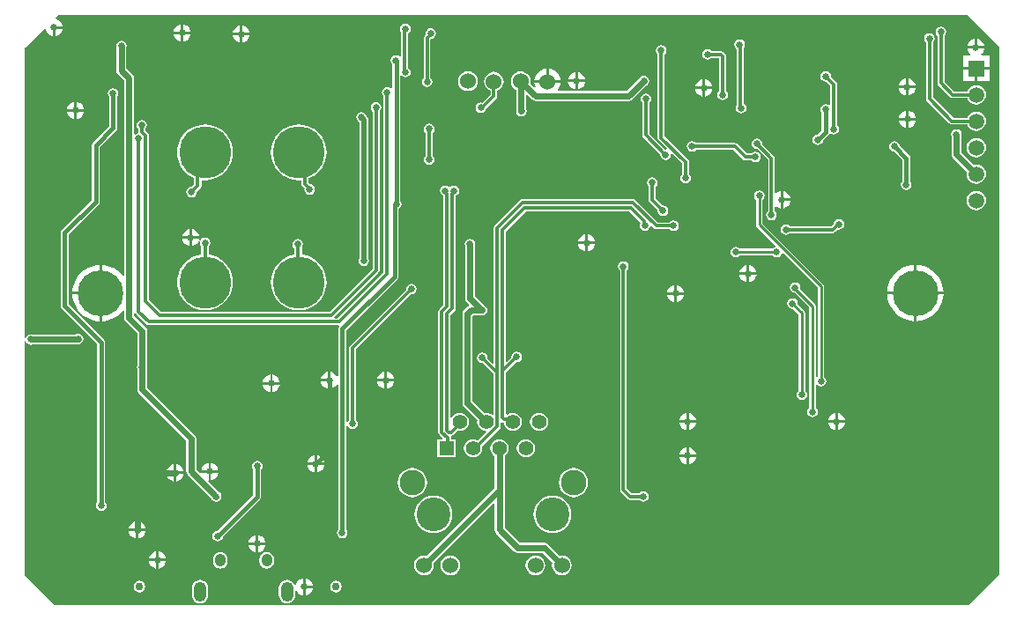
<source format=gbl>
G04*
G04 #@! TF.GenerationSoftware,Altium Limited,Altium Designer,19.1.5 (86)*
G04*
G04 Layer_Physical_Order=2*
G04 Layer_Color=16711680*
%FSLAX25Y25*%
%MOIN*%
G70*
G01*
G75*
%ADD12C,0.01181*%
%ADD73C,0.01575*%
%ADD74C,0.02362*%
%ADD75C,0.01000*%
%ADD77C,0.01200*%
%ADD80C,0.01378*%
%ADD84C,0.02953*%
%ADD85C,0.05906*%
%ADD86R,0.05906X0.05906*%
%ADD87C,0.12795*%
%ADD88C,0.09626*%
%ADD89C,0.06024*%
%ADD90C,0.05504*%
%ADD91R,0.05504X0.05504*%
%ADD92C,0.17323*%
%ADD93O,0.04134X0.04921*%
%ADD94O,0.04724X0.07480*%
%ADD95C,0.02556*%
%ADD96C,0.19685*%
%ADD97C,0.01968*%
G36*
X379200Y212200D02*
Y12600D01*
X367400Y800D01*
X21800D01*
X10400Y12200D01*
Y100775D01*
X10900Y100824D01*
X10943Y100610D01*
X11377Y99960D01*
X12028Y99525D01*
X12795Y99373D01*
X13292Y99471D01*
X30512D01*
X31242Y99616D01*
X31367Y99700D01*
X31476Y99722D01*
X32127Y100157D01*
X32561Y100807D01*
X32714Y101575D01*
X32561Y102342D01*
X32127Y102993D01*
X31476Y103428D01*
X30709Y103580D01*
X29941Y103428D01*
X29727Y103285D01*
X13292D01*
X12795Y103383D01*
X12028Y103231D01*
X11377Y102796D01*
X10943Y102145D01*
X10900Y101932D01*
X10400Y101981D01*
Y212000D01*
X11100D01*
X18004Y218904D01*
X18477Y218743D01*
X18491Y218641D01*
X18818Y217851D01*
X19338Y217173D01*
X20016Y216652D01*
X20806Y216325D01*
X21159Y216279D01*
Y219488D01*
X21654D01*
Y219982D01*
X24863D01*
X24816Y220336D01*
X24489Y221125D01*
X23969Y221804D01*
X23291Y222324D01*
X22501Y222651D01*
X22399Y222665D01*
X22238Y223138D01*
X23300Y224200D01*
X23500Y224300D01*
X367100D01*
X379200Y212200D01*
D02*
G37*
%LPC*%
G36*
X70573Y220729D02*
Y218014D01*
X73288D01*
X73242Y218367D01*
X72914Y219157D01*
X72394Y219835D01*
X71716Y220356D01*
X70926Y220683D01*
X70573Y220729D01*
D02*
G37*
G36*
X69585D02*
X69231Y220683D01*
X68441Y220356D01*
X67763Y219835D01*
X67243Y219157D01*
X66916Y218367D01*
X66869Y218014D01*
X69585D01*
Y220729D01*
D02*
G37*
G36*
X92915Y220237D02*
Y217522D01*
X95631D01*
X95584Y217875D01*
X95257Y218665D01*
X94737Y219343D01*
X94059Y219863D01*
X93269Y220191D01*
X92915Y220237D01*
D02*
G37*
G36*
X91927D02*
X91574Y220191D01*
X90784Y219863D01*
X90106Y219343D01*
X89586Y218665D01*
X89258Y217875D01*
X89212Y217522D01*
X91927D01*
Y220237D01*
D02*
G37*
G36*
X24863Y218994D02*
X22148D01*
Y216279D01*
X22501Y216325D01*
X23291Y216652D01*
X23969Y217173D01*
X24489Y217851D01*
X24816Y218641D01*
X24863Y218994D01*
D02*
G37*
G36*
X73288Y217026D02*
X70573D01*
Y214310D01*
X70926Y214357D01*
X71716Y214684D01*
X72394Y215204D01*
X72914Y215882D01*
X73242Y216672D01*
X73288Y217026D01*
D02*
G37*
G36*
X69585D02*
X66869D01*
X66916Y216672D01*
X67243Y215882D01*
X67763Y215204D01*
X68441Y214684D01*
X69231Y214357D01*
X69585Y214310D01*
Y217026D01*
D02*
G37*
G36*
X95631Y216533D02*
X92915D01*
Y213818D01*
X93269Y213865D01*
X94059Y214192D01*
X94737Y214712D01*
X95257Y215390D01*
X95584Y216180D01*
X95631Y216533D01*
D02*
G37*
G36*
X91927D02*
X89212D01*
X89258Y216180D01*
X89586Y215390D01*
X90106Y214712D01*
X90784Y214192D01*
X91574Y213865D01*
X91927Y213818D01*
Y216533D01*
D02*
G37*
G36*
X370770Y215217D02*
Y212502D01*
X373485D01*
X373439Y212855D01*
X373111Y213645D01*
X372591Y214323D01*
X371913Y214844D01*
X371123Y215171D01*
X370770Y215217D01*
D02*
G37*
G36*
X369781D02*
X369428Y215171D01*
X368638Y214844D01*
X367960Y214323D01*
X367440Y213645D01*
X367113Y212855D01*
X367066Y212502D01*
X369781D01*
Y215217D01*
D02*
G37*
G36*
X154500Y221006D02*
X153733Y220853D01*
X153082Y220418D01*
X152647Y219767D01*
X152495Y219000D01*
X152647Y218232D01*
X152945Y217786D01*
Y208529D01*
X152445Y208377D01*
X152418Y208418D01*
X151768Y208853D01*
X151000Y209005D01*
X150233Y208853D01*
X149582Y208418D01*
X149147Y207768D01*
X148995Y207000D01*
X149147Y206233D01*
X149512Y205686D01*
Y196517D01*
X149223Y196379D01*
X149012Y196329D01*
X148405Y196735D01*
X147638Y196887D01*
X146870Y196735D01*
X146220Y196300D01*
X145785Y195649D01*
X145632Y194882D01*
X145785Y194114D01*
X146220Y193464D01*
X146333Y193388D01*
Y126778D01*
X128909Y109354D01*
X127706D01*
X127499Y109854D01*
X144328Y126683D01*
X144611Y127106D01*
X144710Y127605D01*
Y187706D01*
X144824Y187782D01*
X145258Y188433D01*
X145411Y189200D01*
X145258Y189968D01*
X144824Y190618D01*
X144173Y191053D01*
X143405Y191206D01*
X142638Y191053D01*
X141987Y190618D01*
X141553Y189968D01*
X141400Y189200D01*
X141553Y188433D01*
X141987Y187782D01*
X142101Y187706D01*
Y128146D01*
X125860Y111905D01*
X62185D01*
X57580Y116509D01*
Y178508D01*
X57481Y179007D01*
X57198Y179431D01*
X56127Y180501D01*
Y181006D01*
X56241Y181082D01*
X56676Y181732D01*
X56828Y182500D01*
X56676Y183267D01*
X56241Y183918D01*
X55590Y184353D01*
X54823Y184505D01*
X54055Y184353D01*
X53405Y183918D01*
X52970Y183267D01*
X52817Y182500D01*
X52970Y181732D01*
X53405Y181082D01*
X53518Y181006D01*
Y179961D01*
X53532Y179890D01*
X53158Y179318D01*
X52833Y179253D01*
X52407Y178968D01*
X51907Y179235D01*
Y200300D01*
X51762Y201030D01*
X51348Y201648D01*
X49007Y203990D01*
Y211904D01*
X49106Y212400D01*
X48953Y213168D01*
X48518Y213818D01*
X47868Y214253D01*
X47100Y214405D01*
X46332Y214253D01*
X45682Y213818D01*
X45247Y213168D01*
X45094Y212400D01*
X45193Y211904D01*
Y203200D01*
X45338Y202470D01*
X45752Y201852D01*
X48093Y199510D01*
Y125625D01*
X47593Y125440D01*
X46740Y126440D01*
X45467Y127526D01*
X44041Y128401D01*
X42495Y129041D01*
X40868Y129431D01*
X39694Y129524D01*
Y118900D01*
Y108276D01*
X40868Y108369D01*
X42495Y108759D01*
X44041Y109399D01*
X45467Y110274D01*
X46740Y111360D01*
X47593Y112360D01*
X48093Y112175D01*
Y109500D01*
X48238Y108770D01*
X48652Y108152D01*
X53093Y103710D01*
Y91396D01*
X52995Y90900D01*
X53093Y90404D01*
Y82500D01*
X53238Y81770D01*
X53652Y81152D01*
X71593Y63210D01*
Y51500D01*
X71738Y50770D01*
X72152Y50152D01*
X81301Y41003D01*
X81582Y40582D01*
X82232Y40147D01*
X83000Y39994D01*
X83767Y40147D01*
X84418Y40582D01*
X84853Y41232D01*
X85005Y42000D01*
X84853Y42768D01*
X84418Y43418D01*
X83997Y43699D01*
X79921Y47775D01*
X80018Y47971D01*
Y50982D01*
X77007D01*
X76811Y50886D01*
X75407Y52290D01*
Y64000D01*
X75262Y64730D01*
X74848Y65348D01*
X56907Y83290D01*
Y90404D01*
X57006Y90900D01*
X56907Y91396D01*
Y104500D01*
X56762Y105230D01*
X56348Y105848D01*
X51907Y110290D01*
Y111309D01*
X52369Y111409D01*
X52407Y111402D01*
X52678Y110996D01*
X56547Y107127D01*
X56970Y106844D01*
X57469Y106745D01*
X129124D01*
X129389Y106245D01*
X129209Y105976D01*
X129095Y105400D01*
Y87493D01*
X128595Y87394D01*
X128525Y87562D01*
X128004Y88241D01*
X127326Y88761D01*
X126537Y89088D01*
X126183Y89135D01*
Y85925D01*
Y82716D01*
X126537Y82762D01*
X127326Y83089D01*
X128004Y83610D01*
X128525Y84288D01*
X128595Y84457D01*
X129095Y84357D01*
Y29487D01*
X128747Y28967D01*
X128595Y28200D01*
X128747Y27433D01*
X129182Y26782D01*
X129832Y26347D01*
X130600Y26195D01*
X131368Y26347D01*
X132018Y26782D01*
X132453Y27433D01*
X132606Y28200D01*
X132453Y28967D01*
X132105Y29487D01*
Y68894D01*
X132605Y68943D01*
X132647Y68733D01*
X133082Y68082D01*
X133732Y67647D01*
X134500Y67494D01*
X135267Y67647D01*
X135918Y68082D01*
X136353Y68733D01*
X136505Y69500D01*
X136353Y70267D01*
X135918Y70918D01*
X135805Y70994D01*
Y97560D01*
X156666Y118421D01*
X156800Y118394D01*
X157568Y118547D01*
X158218Y118982D01*
X158653Y119632D01*
X158806Y120400D01*
X158653Y121168D01*
X158218Y121818D01*
X157568Y122253D01*
X156800Y122406D01*
X156033Y122253D01*
X155382Y121818D01*
X154947Y121168D01*
X154795Y120400D01*
X154821Y120266D01*
X133578Y99023D01*
X133295Y98599D01*
X133195Y98100D01*
Y70994D01*
X133082Y70918D01*
X132647Y70267D01*
X132605Y70057D01*
X132105Y70106D01*
Y104777D01*
X151564Y124236D01*
X151891Y124724D01*
X152005Y125300D01*
Y150845D01*
X152453Y151145D01*
X152888Y151795D01*
X153041Y152563D01*
X152888Y153330D01*
X152523Y153877D01*
Y201134D01*
X153023Y201286D01*
X153117Y201145D01*
X153768Y200710D01*
X154535Y200557D01*
X155303Y200710D01*
X155954Y201145D01*
X156388Y201796D01*
X156541Y202563D01*
X156388Y203330D01*
X155954Y203981D01*
X155555Y204248D01*
Y217339D01*
X155918Y217582D01*
X156353Y218232D01*
X156506Y219000D01*
X156353Y219767D01*
X155918Y220418D01*
X155268Y220853D01*
X154500Y221006D01*
D02*
G37*
G36*
X373485Y211514D02*
X367066D01*
X367113Y211160D01*
X367440Y210371D01*
X367960Y209693D01*
X368293Y209437D01*
X368123Y208937D01*
X365551D01*
Y204510D01*
X370472D01*
X375394D01*
Y208937D01*
X372428D01*
X372258Y209437D01*
X372591Y209693D01*
X373111Y210371D01*
X373439Y211160D01*
X373485Y211514D01*
D02*
G37*
G36*
X219687Y202520D02*
Y199805D01*
X222402D01*
X222356Y200159D01*
X222029Y200948D01*
X221508Y201626D01*
X220830Y202147D01*
X220040Y202474D01*
X219687Y202520D01*
D02*
G37*
G36*
X218699D02*
X218345Y202474D01*
X217556Y202147D01*
X216878Y201626D01*
X216357Y200948D01*
X216030Y200159D01*
X215984Y199805D01*
X218699D01*
Y202520D01*
D02*
G37*
G36*
X208755Y203979D02*
Y199515D01*
X213220D01*
X213113Y200321D01*
X212612Y201532D01*
X211813Y202572D01*
X210773Y203371D01*
X209561Y203873D01*
X208755Y203979D01*
D02*
G37*
G36*
X207767D02*
X206961Y203873D01*
X205750Y203371D01*
X204709Y202572D01*
X203911Y201532D01*
X203409Y200321D01*
X203303Y199515D01*
X207767D01*
Y203979D01*
D02*
G37*
G36*
X375394Y203522D02*
X370967D01*
Y199094D01*
X375394D01*
Y203522D01*
D02*
G37*
G36*
X369978D02*
X365551D01*
Y199094D01*
X369978D01*
Y203522D01*
D02*
G37*
G36*
X344785Y200158D02*
Y197443D01*
X347501D01*
X347454Y197796D01*
X347127Y198586D01*
X346607Y199264D01*
X345929Y199785D01*
X345139Y200112D01*
X344785Y200158D01*
D02*
G37*
G36*
X343797D02*
X343444Y200112D01*
X342654Y199785D01*
X341976Y199264D01*
X341456Y198586D01*
X341128Y197796D01*
X341082Y197443D01*
X343797D01*
Y200158D01*
D02*
G37*
G36*
X267915Y199765D02*
Y197049D01*
X270631D01*
X270584Y197403D01*
X270257Y198192D01*
X269737Y198871D01*
X269058Y199391D01*
X268269Y199718D01*
X267915Y199765D01*
D02*
G37*
G36*
X266927D02*
X266574Y199718D01*
X265784Y199391D01*
X265106Y198871D01*
X264585Y198192D01*
X264258Y197403D01*
X264212Y197049D01*
X266927D01*
Y199765D01*
D02*
G37*
G36*
X164100Y219205D02*
X163332Y219053D01*
X162682Y218618D01*
X162247Y217968D01*
X162094Y217200D01*
X162183Y216756D01*
X161777Y216351D01*
X161495Y215927D01*
X161395Y215428D01*
Y200394D01*
X161282Y200318D01*
X160847Y199668D01*
X160695Y198900D01*
X160847Y198133D01*
X161282Y197482D01*
X161933Y197047D01*
X162700Y196895D01*
X163468Y197047D01*
X164118Y197482D01*
X164553Y198133D01*
X164706Y198900D01*
X164553Y199668D01*
X164118Y200318D01*
X164005Y200394D01*
Y214888D01*
X164364Y215247D01*
X164867Y215347D01*
X165518Y215782D01*
X165953Y216432D01*
X166105Y217200D01*
X165953Y217968D01*
X165518Y218618D01*
X164867Y219053D01*
X164100Y219205D01*
D02*
G37*
G36*
X222402Y198817D02*
X219687D01*
Y196102D01*
X220040Y196148D01*
X220830Y196475D01*
X221508Y196996D01*
X222029Y197674D01*
X222356Y198463D01*
X222402Y198817D01*
D02*
G37*
G36*
X218699D02*
X215984D01*
X216030Y198463D01*
X216357Y197674D01*
X216878Y196996D01*
X217556Y196475D01*
X218345Y196148D01*
X218699Y196102D01*
Y198817D01*
D02*
G37*
G36*
X178150Y202847D02*
X177183Y202720D01*
X176283Y202347D01*
X175510Y201754D01*
X174917Y200980D01*
X174544Y200080D01*
X174417Y199114D01*
X174544Y198148D01*
X174917Y197248D01*
X175510Y196475D01*
X176283Y195881D01*
X177183Y195509D01*
X178150Y195381D01*
X179116Y195509D01*
X180016Y195881D01*
X180789Y196475D01*
X181382Y197248D01*
X181755Y198148D01*
X181882Y199114D01*
X181755Y200080D01*
X181382Y200980D01*
X180789Y201754D01*
X180016Y202347D01*
X179116Y202720D01*
X178150Y202847D01*
D02*
G37*
G36*
X347501Y196455D02*
X344785D01*
Y193739D01*
X345139Y193786D01*
X345929Y194113D01*
X346607Y194633D01*
X347127Y195312D01*
X347454Y196101D01*
X347501Y196455D01*
D02*
G37*
G36*
X343797D02*
X341082D01*
X341128Y196101D01*
X341456Y195312D01*
X341976Y194633D01*
X342654Y194113D01*
X343444Y193786D01*
X343797Y193739D01*
Y196455D01*
D02*
G37*
G36*
X270631Y196061D02*
X267915D01*
Y193346D01*
X268269Y193392D01*
X269058Y193719D01*
X269737Y194240D01*
X270257Y194918D01*
X270584Y195708D01*
X270631Y196061D01*
D02*
G37*
G36*
X266927D02*
X264212D01*
X264258Y195708D01*
X264585Y194918D01*
X265106Y194240D01*
X265784Y193719D01*
X266574Y193392D01*
X266927Y193346D01*
Y196061D01*
D02*
G37*
G36*
X268800Y211305D02*
X268033Y211153D01*
X267382Y210718D01*
X266947Y210068D01*
X266794Y209300D01*
X266947Y208533D01*
X267382Y207882D01*
X268033Y207447D01*
X268800Y207295D01*
X269567Y207447D01*
X270218Y207882D01*
X270294Y207995D01*
X273160D01*
X273186Y207969D01*
Y195487D01*
X273082Y195418D01*
X272647Y194767D01*
X272495Y194000D01*
X272647Y193233D01*
X273082Y192582D01*
X273732Y192147D01*
X274500Y191995D01*
X275268Y192147D01*
X275918Y192582D01*
X276353Y193233D01*
X276505Y194000D01*
X276353Y194767D01*
X275918Y195418D01*
X275814Y195487D01*
Y208500D01*
X275714Y209003D01*
X275429Y209429D01*
X275388Y209457D01*
X274623Y210223D01*
X274199Y210505D01*
X273700Y210605D01*
X270294D01*
X270218Y210718D01*
X269567Y211153D01*
X268800Y211305D01*
D02*
G37*
G36*
X198130Y202847D02*
X197164Y202720D01*
X196264Y202347D01*
X195491Y201754D01*
X194897Y200980D01*
X194524Y200080D01*
X194397Y199114D01*
X194524Y198148D01*
X194897Y197248D01*
X195491Y196475D01*
X196264Y195881D01*
X196371Y195837D01*
Y187943D01*
X196516Y187213D01*
X196544Y187172D01*
X196572Y187028D01*
X197007Y186377D01*
X197658Y185942D01*
X198425Y185790D01*
X199193Y185942D01*
X199843Y186377D01*
X200278Y187028D01*
X200431Y187795D01*
X200278Y188563D01*
X200184Y188703D01*
Y193710D01*
X200646Y193901D01*
X202423Y192124D01*
X203042Y191711D01*
X203772Y191566D01*
X238972D01*
X239702Y191711D01*
X240321Y192124D01*
X245701Y197505D01*
X246122Y197786D01*
X246557Y198436D01*
X246709Y199204D01*
X246557Y199971D01*
X246122Y200622D01*
X245471Y201057D01*
X244704Y201209D01*
X243936Y201057D01*
X243286Y200622D01*
X243005Y200201D01*
X238183Y195379D01*
X212375D01*
X212129Y195879D01*
X212612Y196509D01*
X213113Y197720D01*
X213220Y198526D01*
X203303D01*
X203409Y197720D01*
X203750Y196898D01*
X203326Y196614D01*
X201742Y198198D01*
X201863Y199114D01*
X201735Y200080D01*
X201363Y200980D01*
X200769Y201754D01*
X199996Y202347D01*
X199096Y202720D01*
X198130Y202847D01*
D02*
G37*
G36*
X187992Y202748D02*
X187026Y202621D01*
X186126Y202248D01*
X185353Y201655D01*
X184759Y200882D01*
X184387Y199982D01*
X184259Y199016D01*
X184387Y198050D01*
X184759Y197149D01*
X185353Y196376D01*
X186126Y195783D01*
X186688Y195550D01*
Y194044D01*
X183615Y190972D01*
X183071Y191080D01*
X182303Y190928D01*
X181653Y190493D01*
X181218Y189842D01*
X181065Y189075D01*
X181218Y188307D01*
X181653Y187657D01*
X182303Y187222D01*
X183071Y187069D01*
X183838Y187222D01*
X184489Y187657D01*
X184924Y188307D01*
X184994Y188661D01*
X188915Y192581D01*
X189197Y193005D01*
X189297Y193504D01*
Y195550D01*
X189858Y195783D01*
X190632Y196376D01*
X191225Y197149D01*
X191598Y198050D01*
X191725Y199016D01*
X191598Y199982D01*
X191225Y200882D01*
X190632Y201655D01*
X189858Y202248D01*
X188958Y202621D01*
X187992Y202748D01*
D02*
G37*
G36*
X357087Y219722D02*
X356319Y219569D01*
X355668Y219135D01*
X355234Y218484D01*
X355081Y217717D01*
X355234Y216949D01*
X355668Y216299D01*
X355782Y216223D01*
Y198425D01*
X355881Y197926D01*
X356164Y197503D01*
X360574Y193093D01*
X360997Y192810D01*
X361496Y192711D01*
X367071D01*
X367291Y192179D01*
X367875Y191418D01*
X368636Y190835D01*
X369522Y190468D01*
X370472Y190343D01*
X371423Y190468D01*
X372309Y190835D01*
X373070Y191418D01*
X373654Y192179D01*
X374020Y193065D01*
X374146Y194016D01*
X374020Y194966D01*
X373654Y195852D01*
X373070Y196613D01*
X372309Y197197D01*
X371423Y197564D01*
X370472Y197689D01*
X369522Y197564D01*
X368636Y197197D01*
X367875Y196613D01*
X367291Y195852D01*
X367071Y195320D01*
X362036D01*
X358391Y198966D01*
Y216223D01*
X358505Y216299D01*
X358939Y216949D01*
X359092Y217717D01*
X358939Y218484D01*
X358505Y219135D01*
X357854Y219569D01*
X357087Y219722D01*
D02*
G37*
G36*
X313500Y203006D02*
X312733Y202853D01*
X312082Y202418D01*
X311647Y201767D01*
X311494Y201000D01*
X311647Y200233D01*
X312082Y199582D01*
X312733Y199147D01*
X313500Y198995D01*
X313634Y199021D01*
X315195Y197460D01*
Y190334D01*
X314695Y190067D01*
X314267Y190353D01*
X313500Y190506D01*
X312733Y190353D01*
X312082Y189918D01*
X311647Y189268D01*
X311494Y188500D01*
X311647Y187733D01*
X311995Y187213D01*
Y180623D01*
X310346Y178975D01*
X309733Y178853D01*
X309082Y178418D01*
X308647Y177768D01*
X308494Y177000D01*
X308647Y176233D01*
X309082Y175582D01*
X309733Y175147D01*
X310500Y174995D01*
X311267Y175147D01*
X311918Y175582D01*
X312353Y176233D01*
X312475Y176846D01*
X314564Y178936D01*
X314766Y179237D01*
X314933Y179420D01*
X315391Y179376D01*
X315733Y179147D01*
X316500Y178995D01*
X317267Y179147D01*
X317918Y179582D01*
X318353Y180233D01*
X318506Y181000D01*
X318353Y181767D01*
X317918Y182418D01*
X317805Y182494D01*
Y198000D01*
X317705Y198499D01*
X317423Y198923D01*
X315479Y200866D01*
X315506Y201000D01*
X315353Y201767D01*
X314918Y202418D01*
X314267Y202853D01*
X313500Y203006D01*
D02*
G37*
G36*
X30218Y191300D02*
Y188585D01*
X32934D01*
X32887Y188938D01*
X32560Y189728D01*
X32040Y190406D01*
X31362Y190926D01*
X30572Y191253D01*
X30218Y191300D01*
D02*
G37*
G36*
X29230D02*
X28877Y191253D01*
X28087Y190926D01*
X27409Y190406D01*
X26889Y189728D01*
X26561Y188938D01*
X26515Y188585D01*
X29230D01*
Y191300D01*
D02*
G37*
G36*
X281000Y215005D02*
X280233Y214853D01*
X279582Y214418D01*
X279147Y213768D01*
X278994Y213000D01*
X279147Y212232D01*
X279582Y211582D01*
X279945Y211339D01*
Y190214D01*
X279647Y189768D01*
X279495Y189000D01*
X279647Y188233D01*
X280082Y187582D01*
X280732Y187147D01*
X281500Y186995D01*
X282267Y187147D01*
X282918Y187582D01*
X283353Y188233D01*
X283506Y189000D01*
X283353Y189768D01*
X282918Y190418D01*
X282555Y190661D01*
Y211786D01*
X282853Y212232D01*
X283005Y213000D01*
X282853Y213768D01*
X282418Y214418D01*
X281768Y214853D01*
X281000Y215005D01*
D02*
G37*
G36*
X344884Y188052D02*
Y185337D01*
X347599D01*
X347553Y185690D01*
X347225Y186480D01*
X346705Y187158D01*
X346027Y187678D01*
X345237Y188005D01*
X344884Y188052D01*
D02*
G37*
G36*
X343896D02*
X343542Y188005D01*
X342753Y187678D01*
X342074Y187158D01*
X341554Y186480D01*
X341227Y185690D01*
X341180Y185337D01*
X343896D01*
Y188052D01*
D02*
G37*
G36*
X32934Y187596D02*
X30218D01*
Y184881D01*
X30572Y184928D01*
X31362Y185255D01*
X32040Y185775D01*
X32560Y186453D01*
X32887Y187243D01*
X32934Y187596D01*
D02*
G37*
G36*
X29230D02*
X26515D01*
X26561Y187243D01*
X26889Y186453D01*
X27409Y185775D01*
X28087Y185255D01*
X28877Y184928D01*
X29230Y184881D01*
Y187596D01*
D02*
G37*
G36*
X347599Y184348D02*
X344884D01*
Y181633D01*
X345237Y181680D01*
X346027Y182007D01*
X346705Y182527D01*
X347225Y183205D01*
X347553Y183995D01*
X347599Y184348D01*
D02*
G37*
G36*
X343896D02*
X341180D01*
X341227Y183995D01*
X341554Y183205D01*
X342074Y182527D01*
X342753Y182007D01*
X343542Y181680D01*
X343896Y181633D01*
Y184348D01*
D02*
G37*
G36*
X352756Y217360D02*
X351989Y217207D01*
X351338Y216772D01*
X350903Y216122D01*
X350750Y215354D01*
X350903Y214587D01*
X351338Y213936D01*
X351451Y213860D01*
Y192520D01*
X351551Y192020D01*
X351833Y191597D01*
X360337Y183093D01*
X360761Y182810D01*
X361260Y182711D01*
X367071D01*
X367291Y182179D01*
X367875Y181418D01*
X368636Y180835D01*
X369522Y180468D01*
X370472Y180343D01*
X371423Y180468D01*
X372309Y180835D01*
X373070Y181418D01*
X373654Y182179D01*
X374020Y183065D01*
X374146Y184016D01*
X374020Y184966D01*
X373654Y185852D01*
X373070Y186613D01*
X372309Y187197D01*
X371423Y187564D01*
X370472Y187689D01*
X369522Y187564D01*
X368636Y187197D01*
X367875Y186613D01*
X367291Y185852D01*
X367071Y185320D01*
X361800D01*
X354061Y193060D01*
Y213860D01*
X354174Y213936D01*
X354609Y214587D01*
X354761Y215354D01*
X354609Y216122D01*
X354174Y216772D01*
X353523Y217207D01*
X352756Y217360D01*
D02*
G37*
G36*
X251300Y212806D02*
X250533Y212653D01*
X249882Y212218D01*
X249447Y211567D01*
X249294Y210800D01*
X249447Y210033D01*
X249882Y209382D01*
X249995Y209306D01*
Y177700D01*
X250095Y177201D01*
X250377Y176778D01*
X253398Y173757D01*
X253174Y173298D01*
X252782Y173275D01*
X246805Y179253D01*
Y191006D01*
X246918Y191082D01*
X247353Y191733D01*
X247505Y192500D01*
X247353Y193268D01*
X246918Y193918D01*
X246268Y194353D01*
X245500Y194506D01*
X244732Y194353D01*
X244082Y193918D01*
X243647Y193268D01*
X243495Y192500D01*
X243647Y191733D01*
X244082Y191082D01*
X244195Y191006D01*
Y178713D01*
X244295Y178213D01*
X244578Y177790D01*
X250974Y171394D01*
X250947Y171260D01*
X251100Y170492D01*
X251535Y169842D01*
X252185Y169407D01*
X252953Y169254D01*
X253720Y169407D01*
X254371Y169842D01*
X254806Y170492D01*
X254958Y171260D01*
X254901Y171547D01*
X255362Y171793D01*
X259195Y167960D01*
Y163994D01*
X259082Y163918D01*
X258647Y163268D01*
X258494Y162500D01*
X258647Y161732D01*
X259082Y161082D01*
X259733Y160647D01*
X260500Y160494D01*
X261267Y160647D01*
X261918Y161082D01*
X262353Y161732D01*
X262506Y162500D01*
X262353Y163268D01*
X261918Y163918D01*
X261805Y163994D01*
Y168500D01*
X261705Y168999D01*
X261422Y169422D01*
X252605Y178240D01*
Y209306D01*
X252718Y209382D01*
X253153Y210033D01*
X253306Y210800D01*
X253153Y211567D01*
X252718Y212218D01*
X252067Y212653D01*
X251300Y212806D01*
D02*
G37*
G36*
X370472Y177689D02*
X369522Y177564D01*
X368636Y177197D01*
X367875Y176613D01*
X367291Y175852D01*
X366924Y174966D01*
X366799Y174016D01*
X366924Y173065D01*
X367291Y172179D01*
X367875Y171418D01*
X368636Y170835D01*
X369522Y170468D01*
X370472Y170343D01*
X371423Y170468D01*
X372309Y170835D01*
X373070Y171418D01*
X373654Y172179D01*
X374020Y173065D01*
X374146Y174016D01*
X374020Y174966D01*
X373654Y175852D01*
X373070Y176613D01*
X372309Y177197D01*
X371423Y177564D01*
X370472Y177689D01*
D02*
G37*
G36*
X263000Y176505D02*
X262232Y176353D01*
X261582Y175918D01*
X261147Y175268D01*
X260995Y174500D01*
X261147Y173732D01*
X261582Y173082D01*
X262232Y172647D01*
X263000Y172494D01*
X263768Y172647D01*
X264418Y173082D01*
X264494Y173195D01*
X278588D01*
X282206Y169578D01*
X282629Y169295D01*
X283128Y169195D01*
X285506D01*
X285582Y169082D01*
X286232Y168647D01*
X287000Y168494D01*
X287768Y168647D01*
X288418Y169082D01*
X288853Y169732D01*
X289005Y170500D01*
X288853Y171267D01*
X288418Y171918D01*
X287768Y172353D01*
X287000Y172505D01*
X286232Y172353D01*
X285582Y171918D01*
X285506Y171805D01*
X283668D01*
X280050Y175423D01*
X279627Y175705D01*
X279128Y175805D01*
X264494D01*
X264418Y175918D01*
X263768Y176353D01*
X263000Y176505D01*
D02*
G37*
G36*
X163500Y183108D02*
X162733Y182955D01*
X162082Y182520D01*
X161647Y181870D01*
X161495Y181102D01*
X161647Y180335D01*
X162082Y179684D01*
X162195Y179609D01*
Y170994D01*
X162082Y170918D01*
X161647Y170267D01*
X161495Y169500D01*
X161647Y168733D01*
X162082Y168082D01*
X162733Y167647D01*
X163500Y167494D01*
X164268Y167647D01*
X164918Y168082D01*
X165353Y168733D01*
X165506Y169500D01*
X165353Y170267D01*
X164918Y170918D01*
X164805Y170994D01*
Y179609D01*
X164918Y179684D01*
X165353Y180335D01*
X165506Y181102D01*
X165353Y181870D01*
X164918Y182520D01*
X164268Y182955D01*
X163500Y183108D01*
D02*
G37*
G36*
X78740Y182808D02*
X77088Y182678D01*
X75476Y182291D01*
X73944Y181657D01*
X72531Y180791D01*
X71270Y179714D01*
X70194Y178454D01*
X69327Y177040D01*
X68693Y175509D01*
X68306Y173897D01*
X68176Y172244D01*
X68306Y170591D01*
X68693Y168980D01*
X69327Y167448D01*
X70194Y166035D01*
X71270Y164774D01*
X72531Y163698D01*
X73944Y162831D01*
X74560Y162576D01*
Y160147D01*
X73615Y159202D01*
X73600Y159205D01*
X72833Y159053D01*
X72182Y158618D01*
X71747Y157967D01*
X71595Y157200D01*
X71747Y156432D01*
X72182Y155782D01*
X72833Y155347D01*
X73600Y155194D01*
X74367Y155347D01*
X75018Y155782D01*
X75453Y156432D01*
X75605Y157200D01*
X75602Y157215D01*
X76959Y158572D01*
X77263Y159028D01*
X77370Y159565D01*
Y161419D01*
X77737Y161759D01*
X78740Y161680D01*
X80393Y161810D01*
X82005Y162197D01*
X83536Y162831D01*
X84950Y163698D01*
X86210Y164774D01*
X87287Y166035D01*
X88153Y167448D01*
X88787Y168980D01*
X89174Y170591D01*
X89304Y172244D01*
X89174Y173897D01*
X88787Y175509D01*
X88153Y177040D01*
X87287Y178454D01*
X86210Y179714D01*
X84950Y180791D01*
X83536Y181657D01*
X82005Y182291D01*
X80393Y182678D01*
X78740Y182808D01*
D02*
G37*
G36*
X363000Y181006D02*
X362232Y180853D01*
X361582Y180418D01*
X361147Y179768D01*
X360995Y179000D01*
X361093Y178504D01*
Y171488D01*
X361238Y170758D01*
X361652Y170140D01*
X366913Y164879D01*
X366799Y164016D01*
X366924Y163065D01*
X367291Y162179D01*
X367875Y161418D01*
X368636Y160835D01*
X369522Y160468D01*
X370472Y160343D01*
X371423Y160468D01*
X372309Y160835D01*
X373070Y161418D01*
X373654Y162179D01*
X374020Y163065D01*
X374146Y164016D01*
X374020Y164966D01*
X373654Y165852D01*
X373070Y166613D01*
X372309Y167197D01*
X371423Y167564D01*
X370472Y167689D01*
X369609Y167575D01*
X364907Y172278D01*
Y178504D01*
X365005Y179000D01*
X364853Y179768D01*
X364418Y180418D01*
X363768Y180853D01*
X363000Y181006D01*
D02*
G37*
G36*
X172900Y159705D02*
X172133Y159553D01*
X171482Y159118D01*
X171478Y159113D01*
X170978D01*
X170975Y159118D01*
X170324Y159553D01*
X169557Y159705D01*
X168789Y159553D01*
X168139Y159118D01*
X167704Y158467D01*
X167551Y157700D01*
X167704Y156932D01*
X168139Y156282D01*
X168789Y155847D01*
X168933Y155819D01*
Y114455D01*
X167387Y112909D01*
X167104Y112486D01*
X167005Y111986D01*
Y66219D01*
X167104Y65720D01*
X167387Y65297D01*
X168564Y64120D01*
X168373Y63658D01*
X166669D01*
Y56776D01*
X173551D01*
Y63658D01*
X171785D01*
Y64049D01*
X171685Y64548D01*
X171956Y65043D01*
X171961D01*
X172460Y65143D01*
X172884Y65426D01*
X174310Y66852D01*
X175110Y66747D01*
X176008Y66865D01*
X176846Y67212D01*
X177564Y67763D01*
X178116Y68482D01*
X178463Y69319D01*
X178581Y70217D01*
X178463Y71116D01*
X178116Y71953D01*
X177564Y72671D01*
X176846Y73223D01*
X176008Y73570D01*
X175110Y73688D01*
X174212Y73570D01*
X173375Y73223D01*
X172656Y72671D01*
X172105Y71953D01*
X172096Y71931D01*
X171596Y72030D01*
Y110625D01*
X173141Y112171D01*
X173424Y112594D01*
X173523Y113094D01*
Y155819D01*
X173668Y155847D01*
X174318Y156282D01*
X174753Y156932D01*
X174906Y157700D01*
X174753Y158467D01*
X174318Y159118D01*
X173668Y159553D01*
X172900Y159705D01*
D02*
G37*
G36*
X339500Y176505D02*
X338733Y176353D01*
X338082Y175918D01*
X337647Y175268D01*
X337494Y174500D01*
X337647Y173732D01*
X338082Y173082D01*
X338733Y172647D01*
X339346Y172525D01*
X342495Y169377D01*
Y161287D01*
X342147Y160767D01*
X341995Y160000D01*
X342147Y159232D01*
X342582Y158582D01*
X343232Y158147D01*
X344000Y157994D01*
X344767Y158147D01*
X345418Y158582D01*
X345853Y159232D01*
X346006Y160000D01*
X345853Y160767D01*
X345505Y161287D01*
Y170000D01*
X345391Y170576D01*
X345064Y171064D01*
X341475Y174654D01*
X341353Y175268D01*
X340918Y175918D01*
X340267Y176353D01*
X339500Y176505D01*
D02*
G37*
G36*
X114173Y182808D02*
X112521Y182678D01*
X110909Y182291D01*
X109377Y181657D01*
X107964Y180791D01*
X106703Y179714D01*
X105627Y178454D01*
X104761Y177040D01*
X104126Y175509D01*
X103739Y173897D01*
X103609Y172244D01*
X103739Y170591D01*
X104126Y168980D01*
X104761Y167448D01*
X105627Y166035D01*
X106703Y164774D01*
X107964Y163698D01*
X109377Y162831D01*
X110909Y162197D01*
X112521Y161810D01*
X114173Y161680D01*
X114712Y161722D01*
X115079Y161383D01*
Y160335D01*
X115186Y159797D01*
X115491Y159341D01*
X116350Y158481D01*
X116295Y158200D01*
X116447Y157432D01*
X116882Y156782D01*
X117533Y156347D01*
X118300Y156194D01*
X119068Y156347D01*
X119718Y156782D01*
X120153Y157432D01*
X120306Y158200D01*
X120153Y158967D01*
X119718Y159618D01*
X119068Y160053D01*
X118675Y160131D01*
X117889Y160917D01*
Y162384D01*
X118969Y162831D01*
X120383Y163698D01*
X121643Y164774D01*
X122720Y166035D01*
X123586Y167448D01*
X124220Y168980D01*
X124607Y170591D01*
X124737Y172244D01*
X124607Y173897D01*
X124220Y175509D01*
X123586Y177040D01*
X122720Y178454D01*
X121643Y179714D01*
X120383Y180791D01*
X118969Y181657D01*
X117438Y182291D01*
X115826Y182678D01*
X114173Y182808D01*
D02*
G37*
G36*
X297443Y157442D02*
Y154726D01*
X300158D01*
X300112Y155080D01*
X299785Y155869D01*
X299264Y156548D01*
X298586Y157068D01*
X297796Y157395D01*
X297443Y157442D01*
D02*
G37*
G36*
X300158Y153738D02*
X297443D01*
Y151023D01*
X297796Y151069D01*
X298586Y151397D01*
X299264Y151917D01*
X299785Y152595D01*
X300112Y153385D01*
X300158Y153738D01*
D02*
G37*
G36*
X287500Y177506D02*
X286733Y177353D01*
X286082Y176918D01*
X285647Y176268D01*
X285494Y175500D01*
X285647Y174732D01*
X286082Y174082D01*
X286733Y173647D01*
X287500Y173495D01*
X287634Y173521D01*
X291695Y169460D01*
Y149994D01*
X291582Y149918D01*
X291147Y149267D01*
X290995Y148500D01*
X291147Y147732D01*
X291582Y147082D01*
X292232Y146647D01*
X293000Y146494D01*
X293767Y146647D01*
X294418Y147082D01*
X294853Y147732D01*
X295005Y148500D01*
X294853Y149267D01*
X294418Y149918D01*
X294305Y149994D01*
Y151563D01*
X294805Y151786D01*
X295312Y151397D01*
X296101Y151069D01*
X296455Y151023D01*
Y154232D01*
Y157442D01*
X296101Y157395D01*
X295312Y157068D01*
X294805Y156679D01*
X294305Y156902D01*
Y170000D01*
X294205Y170499D01*
X293922Y170923D01*
X289479Y175366D01*
X289506Y175500D01*
X289353Y176268D01*
X288918Y176918D01*
X288267Y177353D01*
X287500Y177506D01*
D02*
G37*
G36*
X370472Y157689D02*
X369522Y157564D01*
X368636Y157197D01*
X367875Y156613D01*
X367291Y155852D01*
X366924Y154966D01*
X366799Y154016D01*
X366924Y153065D01*
X367291Y152179D01*
X367875Y151418D01*
X368636Y150835D01*
X369522Y150468D01*
X370472Y150343D01*
X371423Y150468D01*
X372309Y150835D01*
X373070Y151418D01*
X373654Y152179D01*
X374020Y153065D01*
X374146Y154016D01*
X374020Y154966D01*
X373654Y155852D01*
X373070Y156613D01*
X372309Y157197D01*
X371423Y157564D01*
X370472Y157689D01*
D02*
G37*
G36*
X247864Y162769D02*
X247097Y162617D01*
X246446Y162182D01*
X246011Y161531D01*
X245859Y160764D01*
X246011Y159997D01*
X246446Y159346D01*
X246560Y159270D01*
Y154236D01*
X246659Y153737D01*
X246942Y153313D01*
X250021Y150234D01*
X249994Y150100D01*
X250147Y149332D01*
X250582Y148682D01*
X251233Y148247D01*
X252000Y148094D01*
X252767Y148247D01*
X253418Y148682D01*
X253853Y149332D01*
X254006Y150100D01*
X253853Y150867D01*
X253418Y151518D01*
X252767Y151953D01*
X252000Y152105D01*
X251866Y152079D01*
X249169Y154776D01*
Y159270D01*
X249282Y159346D01*
X249717Y159997D01*
X249869Y160764D01*
X249717Y161531D01*
X249282Y162182D01*
X248632Y162617D01*
X247864Y162769D01*
D02*
G37*
G36*
X318500Y147005D02*
X317733Y146853D01*
X317082Y146418D01*
X316647Y145767D01*
X316546Y145257D01*
X315603Y144314D01*
X299987D01*
X299918Y144418D01*
X299268Y144853D01*
X298500Y145006D01*
X297732Y144853D01*
X297082Y144418D01*
X296647Y143767D01*
X296495Y143000D01*
X296647Y142233D01*
X297082Y141582D01*
X297732Y141147D01*
X298500Y140995D01*
X299268Y141147D01*
X299918Y141582D01*
X299987Y141686D01*
X316147D01*
X316650Y141786D01*
X317076Y142071D01*
X318083Y143077D01*
X318500Y142994D01*
X319268Y143147D01*
X319918Y143582D01*
X320353Y144232D01*
X320505Y145000D01*
X320353Y145767D01*
X319918Y146418D01*
X319268Y146853D01*
X318500Y147005D01*
D02*
G37*
G36*
X240645Y154486D02*
X198779D01*
X198280Y154386D01*
X197857Y154104D01*
X188318Y144564D01*
X188035Y144141D01*
X187936Y143642D01*
Y92563D01*
X187474Y92371D01*
X185579Y94266D01*
X185606Y94400D01*
X185453Y95167D01*
X185018Y95818D01*
X184368Y96253D01*
X183600Y96406D01*
X182833Y96253D01*
X182182Y95818D01*
X181747Y95167D01*
X181595Y94400D01*
X181747Y93633D01*
X182182Y92982D01*
X182833Y92547D01*
X183600Y92395D01*
X183734Y92421D01*
X187936Y88219D01*
Y72952D01*
X187436Y72770D01*
X186846Y73223D01*
X186009Y73570D01*
X185110Y73688D01*
X184426Y73598D01*
X179907Y78117D01*
Y110327D01*
X180174Y110593D01*
X183004D01*
X183500Y110494D01*
X184267Y110647D01*
X184918Y111082D01*
X185353Y111732D01*
X185505Y112500D01*
X185353Y113268D01*
X184918Y113918D01*
X184497Y114199D01*
X180907Y117790D01*
Y137004D01*
X181006Y137500D01*
X180853Y138268D01*
X180418Y138918D01*
X179768Y139353D01*
X179000Y139506D01*
X178233Y139353D01*
X177582Y138918D01*
X177147Y138268D01*
X176995Y137500D01*
X177093Y137004D01*
Y117000D01*
X177238Y116270D01*
X177652Y115652D01*
X178585Y114719D01*
X178463Y114134D01*
X178035Y113848D01*
X176652Y112464D01*
X176238Y111846D01*
X176093Y111116D01*
Y77328D01*
X176238Y76598D01*
X176652Y75979D01*
X181730Y70901D01*
X181640Y70217D01*
X181758Y69319D01*
X182105Y68482D01*
X182656Y67763D01*
X183375Y67212D01*
X184212Y66865D01*
X184949Y66768D01*
X185174Y66286D01*
X181996Y63108D01*
X181846Y63223D01*
X181009Y63570D01*
X180110Y63688D01*
X179212Y63570D01*
X178375Y63223D01*
X177656Y62671D01*
X177105Y61953D01*
X176758Y61116D01*
X176640Y60217D01*
X176758Y59319D01*
X177105Y58482D01*
X177656Y57763D01*
X178375Y57212D01*
X179212Y56865D01*
X180110Y56747D01*
X181009Y56865D01*
X181846Y57212D01*
X182564Y57763D01*
X183116Y58482D01*
X183463Y59319D01*
X183581Y60217D01*
X183490Y60911D01*
X190163Y67584D01*
X190445Y68007D01*
X190545Y68507D01*
Y69933D01*
X190779Y70030D01*
X191045Y70093D01*
X191425Y69839D01*
X191697Y69785D01*
X191758Y69319D01*
X192105Y68482D01*
X192656Y67763D01*
X193375Y67212D01*
X194212Y66865D01*
X195110Y66747D01*
X196009Y66865D01*
X196846Y67212D01*
X197564Y67763D01*
X198116Y68482D01*
X198463Y69319D01*
X198581Y70217D01*
X198463Y71116D01*
X198116Y71953D01*
X197564Y72671D01*
X196846Y73223D01*
X196009Y73570D01*
X195110Y73688D01*
X194212Y73570D01*
X193375Y73223D01*
X193026Y72955D01*
X192526Y73202D01*
Y88881D01*
X196466Y92821D01*
X196600Y92795D01*
X197368Y92947D01*
X198018Y93382D01*
X198453Y94033D01*
X198606Y94800D01*
X198453Y95568D01*
X198018Y96218D01*
X197368Y96653D01*
X196600Y96806D01*
X195833Y96653D01*
X195182Y96218D01*
X194747Y95568D01*
X194595Y94800D01*
X194621Y94666D01*
X192988Y93033D01*
X192526Y93224D01*
Y142281D01*
X200140Y149895D01*
X239284D01*
X243513Y145666D01*
X243247Y145267D01*
X243094Y144500D01*
X243247Y143733D01*
X243682Y143082D01*
X244333Y142647D01*
X245100Y142494D01*
X245867Y142647D01*
X246518Y143082D01*
X246953Y143733D01*
X247050Y144224D01*
X247593Y144388D01*
X248504Y143477D01*
X248927Y143195D01*
X249426Y143095D01*
X254506D01*
X254582Y142982D01*
X255233Y142547D01*
X256000Y142394D01*
X256768Y142547D01*
X257418Y142982D01*
X257853Y143632D01*
X258005Y144400D01*
X257853Y145168D01*
X257418Y145818D01*
X256768Y146253D01*
X256000Y146405D01*
X255233Y146253D01*
X254582Y145818D01*
X254506Y145705D01*
X249967D01*
X241567Y154104D01*
X241144Y154386D01*
X240645Y154486D01*
D02*
G37*
G36*
X73821Y143170D02*
Y140455D01*
X76536D01*
X76490Y140808D01*
X76162Y141598D01*
X75642Y142276D01*
X74964Y142796D01*
X74174Y143123D01*
X73821Y143170D01*
D02*
G37*
G36*
X72833D02*
X72479Y143123D01*
X71689Y142796D01*
X71011Y142276D01*
X70491Y141598D01*
X70164Y140808D01*
X70117Y140455D01*
X72833D01*
Y143170D01*
D02*
G37*
G36*
X78700Y140006D02*
X77933Y139853D01*
X77282Y139418D01*
X77011Y139012D01*
X76952Y138924D01*
X76490Y139113D01*
X76500Y139196D01*
X76536Y139467D01*
X73821D01*
Y136751D01*
X74174Y136798D01*
X74964Y137125D01*
X75642Y137645D01*
X76162Y138323D01*
X76299Y138652D01*
X76329Y138725D01*
X76810Y138579D01*
X76786Y138461D01*
X76695Y138000D01*
X76847Y137232D01*
X77282Y136582D01*
X77315Y136560D01*
Y133483D01*
X77088Y133466D01*
X75476Y133079D01*
X73944Y132444D01*
X72531Y131578D01*
X71270Y130501D01*
X70194Y129241D01*
X69327Y127828D01*
X68693Y126296D01*
X68306Y124684D01*
X68176Y123031D01*
X68306Y121379D01*
X68693Y119767D01*
X69327Y118236D01*
X70194Y116822D01*
X71270Y115562D01*
X72531Y114485D01*
X73944Y113619D01*
X75476Y112985D01*
X77088Y112598D01*
X78740Y112467D01*
X80393Y112598D01*
X82005Y112985D01*
X83536Y113619D01*
X84950Y114485D01*
X86210Y115562D01*
X87287Y116822D01*
X88153Y118236D01*
X88787Y119767D01*
X89174Y121379D01*
X89304Y123031D01*
X89174Y124684D01*
X88787Y126296D01*
X88153Y127828D01*
X87287Y129241D01*
X86210Y130501D01*
X84950Y131578D01*
X83536Y132444D01*
X82005Y133079D01*
X80393Y133466D01*
X80125Y133487D01*
Y136592D01*
X80553Y137232D01*
X80705Y138000D01*
X80553Y138768D01*
X80118Y139418D01*
X79467Y139853D01*
X78700Y140006D01*
D02*
G37*
G36*
X223624Y141201D02*
Y138486D01*
X226339D01*
X226293Y138840D01*
X225966Y139629D01*
X225445Y140307D01*
X224767Y140828D01*
X223977Y141155D01*
X223624Y141201D01*
D02*
G37*
G36*
X222636D02*
X222282Y141155D01*
X221493Y140828D01*
X220814Y140307D01*
X220294Y139629D01*
X219967Y138840D01*
X219920Y138486D01*
X222636D01*
Y141201D01*
D02*
G37*
G36*
X72833Y139467D02*
X70117D01*
X70164Y139113D01*
X70491Y138323D01*
X71011Y137645D01*
X71689Y137125D01*
X72479Y136798D01*
X72833Y136751D01*
Y139467D01*
D02*
G37*
G36*
X288400Y157806D02*
X287632Y157653D01*
X286982Y157218D01*
X286547Y156568D01*
X286395Y155800D01*
X286547Y155033D01*
X286982Y154382D01*
X287188Y154244D01*
Y144728D01*
X287280Y144264D01*
X287543Y143871D01*
X294548Y136865D01*
X294403Y136387D01*
X294233Y136353D01*
X293582Y135918D01*
X293444Y135712D01*
X281056D01*
X280918Y135918D01*
X280268Y136353D01*
X279500Y136505D01*
X278732Y136353D01*
X278082Y135918D01*
X277647Y135267D01*
X277495Y134500D01*
X277647Y133732D01*
X278082Y133082D01*
X278732Y132647D01*
X279500Y132494D01*
X280268Y132647D01*
X280918Y133082D01*
X281056Y133288D01*
X293444D01*
X293582Y133082D01*
X294233Y132647D01*
X295000Y132494D01*
X295767Y132647D01*
X296418Y133082D01*
X296853Y133732D01*
X296887Y133903D01*
X297365Y134048D01*
X310488Y120926D01*
Y87285D01*
X310212Y87069D01*
X309712Y87263D01*
Y114000D01*
X309620Y114464D01*
X309357Y114857D01*
X303874Y120340D01*
X304006Y121000D01*
X303853Y121767D01*
X303418Y122418D01*
X302767Y122853D01*
X302000Y123005D01*
X301233Y122853D01*
X300582Y122418D01*
X300147Y121767D01*
X299994Y121000D01*
X300147Y120232D01*
X300582Y119582D01*
X301233Y119147D01*
X301739Y119046D01*
X307288Y113498D01*
Y75556D01*
X307082Y75418D01*
X306647Y74768D01*
X306494Y74000D01*
X306647Y73233D01*
X307082Y72582D01*
X307733Y72147D01*
X308500Y71995D01*
X309267Y72147D01*
X309918Y72582D01*
X310353Y73233D01*
X310506Y74000D01*
X310353Y74768D01*
X309918Y75418D01*
X309712Y75556D01*
Y84135D01*
X310212Y84286D01*
X310282Y84182D01*
X310932Y83747D01*
X311700Y83595D01*
X312468Y83747D01*
X313118Y84182D01*
X313553Y84833D01*
X313705Y85600D01*
X313553Y86367D01*
X313118Y87018D01*
X312912Y87156D01*
Y121428D01*
X312820Y121892D01*
X312557Y122285D01*
X289612Y145230D01*
Y154244D01*
X289818Y154382D01*
X290253Y155033D01*
X290406Y155800D01*
X290253Y156568D01*
X289818Y157218D01*
X289167Y157653D01*
X288400Y157806D01*
D02*
G37*
G36*
X226339Y137498D02*
X223624D01*
Y134783D01*
X223977Y134829D01*
X224767Y135156D01*
X225445Y135677D01*
X225966Y136355D01*
X226293Y137145D01*
X226339Y137498D01*
D02*
G37*
G36*
X222636D02*
X219920D01*
X219967Y137145D01*
X220294Y136355D01*
X220814Y135677D01*
X221493Y135156D01*
X222282Y134829D01*
X222636Y134783D01*
Y137498D01*
D02*
G37*
G36*
X137900Y187505D02*
X137133Y187353D01*
X136482Y186918D01*
X136047Y186267D01*
X135895Y185500D01*
X136047Y184732D01*
X136482Y184082D01*
X137094Y183673D01*
Y132187D01*
X136947Y131967D01*
X136794Y131200D01*
X136947Y130432D01*
X137382Y129782D01*
X138032Y129347D01*
X138800Y129194D01*
X139567Y129347D01*
X140218Y129782D01*
X140653Y130432D01*
X140805Y131200D01*
X140653Y131967D01*
X140506Y132187D01*
Y184441D01*
X140376Y185094D01*
X140006Y185647D01*
X139844Y185810D01*
X139753Y186267D01*
X139318Y186918D01*
X138668Y187353D01*
X137900Y187505D01*
D02*
G37*
G36*
X284648Y129489D02*
Y126774D01*
X287363D01*
X287316Y127127D01*
X286989Y127917D01*
X286469Y128595D01*
X285791Y129115D01*
X285001Y129442D01*
X284648Y129489D01*
D02*
G37*
G36*
X283660D02*
X283306Y129442D01*
X282516Y129115D01*
X281838Y128595D01*
X281318Y127917D01*
X280991Y127127D01*
X280944Y126774D01*
X283660D01*
Y129489D01*
D02*
G37*
G36*
X287363Y125785D02*
X284648D01*
Y123070D01*
X285001Y123117D01*
X285791Y123444D01*
X286469Y123964D01*
X286989Y124642D01*
X287316Y125432D01*
X287363Y125785D01*
D02*
G37*
G36*
X283660D02*
X280944D01*
X280991Y125432D01*
X281318Y124642D01*
X281838Y123964D01*
X282516Y123444D01*
X283306Y123117D01*
X283660Y123070D01*
Y125785D01*
D02*
G37*
G36*
X347894Y129624D02*
Y119494D01*
X358024D01*
X357931Y120668D01*
X357541Y122295D01*
X356901Y123841D01*
X356026Y125267D01*
X354940Y126540D01*
X353667Y127626D01*
X352241Y128501D01*
X350695Y129141D01*
X349068Y129532D01*
X347894Y129624D01*
D02*
G37*
G36*
X346906D02*
X345732Y129532D01*
X344105Y129141D01*
X342559Y128501D01*
X341133Y127626D01*
X339860Y126540D01*
X338774Y125267D01*
X337899Y123841D01*
X337259Y122295D01*
X336869Y120668D01*
X336776Y119494D01*
X346906D01*
Y129624D01*
D02*
G37*
G36*
X38706Y129524D02*
X37532Y129431D01*
X35905Y129041D01*
X34359Y128401D01*
X32933Y127526D01*
X31660Y126440D01*
X30574Y125167D01*
X29699Y123741D01*
X29059Y122195D01*
X28668Y120568D01*
X28576Y119394D01*
X38706D01*
Y129524D01*
D02*
G37*
G36*
X257187Y122009D02*
Y119293D01*
X259902D01*
X259856Y119647D01*
X259529Y120436D01*
X259008Y121115D01*
X258330Y121635D01*
X257540Y121962D01*
X257187Y122009D01*
D02*
G37*
G36*
X256199D02*
X255845Y121962D01*
X255056Y121635D01*
X254378Y121115D01*
X253857Y120436D01*
X253530Y119647D01*
X253484Y119293D01*
X256199D01*
Y122009D01*
D02*
G37*
G36*
X259902Y118305D02*
X257187D01*
Y115590D01*
X257540Y115636D01*
X258330Y115963D01*
X259008Y116484D01*
X259529Y117162D01*
X259856Y117952D01*
X259902Y118305D01*
D02*
G37*
G36*
X256199D02*
X253484D01*
X253530Y117952D01*
X253857Y117162D01*
X254378Y116484D01*
X255056Y115963D01*
X255845Y115636D01*
X256199Y115590D01*
Y118305D01*
D02*
G37*
G36*
X113800Y139406D02*
X113032Y139253D01*
X112382Y138818D01*
X111947Y138168D01*
X111794Y137400D01*
X111947Y136633D01*
X112382Y135982D01*
X112582Y135848D01*
Y133470D01*
X112521Y133466D01*
X110909Y133079D01*
X109377Y132444D01*
X107964Y131578D01*
X106703Y130501D01*
X105627Y129241D01*
X104761Y127828D01*
X104126Y126296D01*
X103739Y124684D01*
X103609Y123031D01*
X103739Y121379D01*
X104126Y119767D01*
X104761Y118236D01*
X105627Y116822D01*
X106703Y115562D01*
X107964Y114485D01*
X109377Y113619D01*
X110909Y112985D01*
X112521Y112598D01*
X114173Y112467D01*
X115826Y112598D01*
X117438Y112985D01*
X118969Y113619D01*
X120383Y114485D01*
X121643Y115562D01*
X122720Y116822D01*
X123586Y118236D01*
X124220Y119767D01*
X124607Y121379D01*
X124737Y123031D01*
X124607Y124684D01*
X124220Y126296D01*
X123586Y127828D01*
X122720Y129241D01*
X121643Y130501D01*
X120383Y131578D01*
X118969Y132444D01*
X117438Y133079D01*
X115826Y133466D01*
X115392Y133500D01*
Y136242D01*
X115653Y136633D01*
X115805Y137400D01*
X115653Y138168D01*
X115218Y138818D01*
X114567Y139253D01*
X113800Y139406D01*
D02*
G37*
G36*
X358024Y118506D02*
X347894D01*
Y108376D01*
X349068Y108468D01*
X350695Y108859D01*
X352241Y109499D01*
X353667Y110374D01*
X354940Y111460D01*
X356026Y112733D01*
X356901Y114159D01*
X357541Y115705D01*
X357931Y117332D01*
X358024Y118506D01*
D02*
G37*
G36*
X346906D02*
X336776D01*
X336869Y117332D01*
X337259Y115705D01*
X337899Y114159D01*
X338774Y112733D01*
X339860Y111460D01*
X341133Y110374D01*
X342559Y109499D01*
X344105Y108859D01*
X345732Y108468D01*
X346906Y108376D01*
Y118506D01*
D02*
G37*
G36*
X38706Y118406D02*
X28576D01*
X28668Y117232D01*
X29059Y115605D01*
X29699Y114059D01*
X30574Y112633D01*
X31660Y111360D01*
X32933Y110274D01*
X34359Y109399D01*
X35905Y108759D01*
X37532Y108369D01*
X38706Y108276D01*
Y118406D01*
D02*
G37*
G36*
X147619Y89135D02*
Y86419D01*
X150335D01*
X150288Y86773D01*
X149961Y87562D01*
X149441Y88241D01*
X148762Y88761D01*
X147973Y89088D01*
X147619Y89135D01*
D02*
G37*
G36*
X146631D02*
X146278Y89088D01*
X145488Y88761D01*
X144810Y88241D01*
X144289Y87562D01*
X143962Y86773D01*
X143916Y86419D01*
X146631D01*
Y89135D01*
D02*
G37*
G36*
X125195D02*
X124841Y89088D01*
X124052Y88761D01*
X123374Y88241D01*
X122853Y87562D01*
X122526Y86773D01*
X122480Y86419D01*
X125195D01*
Y89135D01*
D02*
G37*
G36*
X104333Y88052D02*
Y85337D01*
X107048D01*
X107001Y85690D01*
X106674Y86480D01*
X106154Y87158D01*
X105476Y87678D01*
X104686Y88005D01*
X104333Y88052D01*
D02*
G37*
G36*
X103345D02*
X102991Y88005D01*
X102201Y87678D01*
X101523Y87158D01*
X101003Y86480D01*
X100676Y85690D01*
X100629Y85337D01*
X103345D01*
Y88052D01*
D02*
G37*
G36*
X150335Y85431D02*
X147619D01*
Y82716D01*
X147973Y82762D01*
X148762Y83089D01*
X149441Y83610D01*
X149961Y84288D01*
X150288Y85078D01*
X150335Y85431D01*
D02*
G37*
G36*
X146631D02*
X143916D01*
X143962Y85078D01*
X144289Y84288D01*
X144810Y83610D01*
X145488Y83089D01*
X146278Y82762D01*
X146631Y82716D01*
Y85431D01*
D02*
G37*
G36*
X125195D02*
X122480D01*
X122526Y85078D01*
X122853Y84288D01*
X123374Y83610D01*
X124052Y83089D01*
X124841Y82762D01*
X125195Y82716D01*
Y85431D01*
D02*
G37*
G36*
X107048Y84348D02*
X104333D01*
Y81633D01*
X104686Y81680D01*
X105476Y82007D01*
X106154Y82527D01*
X106674Y83205D01*
X107001Y83995D01*
X107048Y84348D01*
D02*
G37*
G36*
X103345D02*
X100629D01*
X100676Y83995D01*
X101003Y83205D01*
X101523Y82527D01*
X102201Y82007D01*
X102991Y81680D01*
X103345Y81633D01*
Y84348D01*
D02*
G37*
G36*
X301000Y117006D02*
X300233Y116853D01*
X299582Y116418D01*
X299147Y115768D01*
X298994Y115000D01*
X299147Y114233D01*
X299582Y113582D01*
X300233Y113147D01*
X301000Y112995D01*
X301243Y113043D01*
X303288Y110998D01*
Y82056D01*
X303082Y81918D01*
X302647Y81267D01*
X302495Y80500D01*
X302647Y79733D01*
X303082Y79082D01*
X303732Y78647D01*
X304500Y78495D01*
X305268Y78647D01*
X305918Y79082D01*
X306353Y79733D01*
X306505Y80500D01*
X306353Y81267D01*
X305918Y81918D01*
X305712Y82056D01*
Y111500D01*
X305620Y111964D01*
X305357Y112357D01*
X302957Y114757D01*
X303006Y115000D01*
X302853Y115768D01*
X302418Y116418D01*
X301767Y116853D01*
X301000Y117006D01*
D02*
G37*
G36*
X318112Y73583D02*
Y70868D01*
X320828D01*
X320781Y71222D01*
X320454Y72011D01*
X319934Y72689D01*
X319255Y73210D01*
X318466Y73537D01*
X318112Y73583D01*
D02*
G37*
G36*
X317124D02*
X316771Y73537D01*
X315981Y73210D01*
X315303Y72689D01*
X314782Y72011D01*
X314455Y71222D01*
X314409Y70868D01*
X317124D01*
Y73583D01*
D02*
G37*
G36*
X261715D02*
Y70868D01*
X264430D01*
X264383Y71222D01*
X264056Y72011D01*
X263536Y72689D01*
X262858Y73210D01*
X262068Y73537D01*
X261715Y73583D01*
D02*
G37*
G36*
X260726D02*
X260373Y73537D01*
X259583Y73210D01*
X258905Y72689D01*
X258385Y72011D01*
X258058Y71222D01*
X258011Y70868D01*
X260726D01*
Y73583D01*
D02*
G37*
G36*
X320828Y69880D02*
X318112D01*
Y67165D01*
X318466Y67211D01*
X319255Y67538D01*
X319934Y68059D01*
X320454Y68737D01*
X320781Y69526D01*
X320828Y69880D01*
D02*
G37*
G36*
X317124D02*
X314409D01*
X314455Y69526D01*
X314782Y68737D01*
X315303Y68059D01*
X315981Y67538D01*
X316771Y67211D01*
X317124Y67165D01*
Y69880D01*
D02*
G37*
G36*
X264430D02*
X261715D01*
Y67165D01*
X262068Y67211D01*
X262858Y67538D01*
X263536Y68059D01*
X264056Y68737D01*
X264383Y69526D01*
X264430Y69880D01*
D02*
G37*
G36*
X260726D02*
X258011D01*
X258058Y69526D01*
X258385Y68737D01*
X258905Y68059D01*
X259583Y67538D01*
X260373Y67211D01*
X260726Y67165D01*
Y69880D01*
D02*
G37*
G36*
X205110Y73688D02*
X204212Y73570D01*
X203375Y73223D01*
X202656Y72671D01*
X202105Y71953D01*
X201758Y71116D01*
X201640Y70217D01*
X201758Y69319D01*
X202105Y68482D01*
X202656Y67763D01*
X203375Y67212D01*
X204212Y66865D01*
X205110Y66747D01*
X206009Y66865D01*
X206846Y67212D01*
X207564Y67763D01*
X208116Y68482D01*
X208463Y69319D01*
X208581Y70217D01*
X208463Y71116D01*
X208116Y71953D01*
X207564Y72671D01*
X206846Y73223D01*
X206009Y73570D01*
X205110Y73688D01*
D02*
G37*
G36*
X261715Y60591D02*
Y57876D01*
X264430D01*
X264383Y58229D01*
X264056Y59019D01*
X263536Y59697D01*
X262858Y60218D01*
X262068Y60545D01*
X261715Y60591D01*
D02*
G37*
G36*
X260726D02*
X260373Y60545D01*
X259583Y60218D01*
X258905Y59697D01*
X258385Y59019D01*
X258058Y58229D01*
X258011Y57876D01*
X260726D01*
Y60591D01*
D02*
G37*
G36*
X200110Y63688D02*
X199212Y63570D01*
X198375Y63223D01*
X197656Y62671D01*
X197105Y61953D01*
X196758Y61116D01*
X196640Y60217D01*
X196758Y59319D01*
X197105Y58482D01*
X197656Y57763D01*
X198375Y57212D01*
X199212Y56865D01*
X200110Y56747D01*
X201009Y56865D01*
X201846Y57212D01*
X202564Y57763D01*
X203116Y58482D01*
X203463Y59319D01*
X203581Y60217D01*
X203463Y61116D01*
X203116Y61953D01*
X202564Y62671D01*
X201846Y63223D01*
X201009Y63570D01*
X200110Y63688D01*
D02*
G37*
G36*
X121065Y57540D02*
Y54825D01*
X123780D01*
X123734Y55178D01*
X123407Y55968D01*
X122886Y56646D01*
X122208Y57166D01*
X121418Y57494D01*
X121065Y57540D01*
D02*
G37*
G36*
X120077D02*
X119723Y57494D01*
X118934Y57166D01*
X118255Y56646D01*
X117735Y55968D01*
X117408Y55178D01*
X117361Y54825D01*
X120077D01*
Y57540D01*
D02*
G37*
G36*
X264430Y56888D02*
X261715D01*
Y54172D01*
X262068Y54219D01*
X262858Y54546D01*
X263536Y55067D01*
X264056Y55745D01*
X264383Y56534D01*
X264430Y56888D01*
D02*
G37*
G36*
X260726D02*
X258011D01*
X258058Y56534D01*
X258385Y55745D01*
X258905Y55067D01*
X259583Y54546D01*
X260373Y54219D01*
X260726Y54172D01*
Y56888D01*
D02*
G37*
G36*
X81006Y54686D02*
Y51970D01*
X83721D01*
X83675Y52324D01*
X83348Y53114D01*
X82827Y53792D01*
X82149Y54312D01*
X81359Y54639D01*
X81006Y54686D01*
D02*
G37*
G36*
X80018D02*
X79664Y54639D01*
X78875Y54312D01*
X78196Y53792D01*
X77676Y53114D01*
X77349Y52324D01*
X77302Y51970D01*
X80018D01*
Y54686D01*
D02*
G37*
G36*
X67915Y54095D02*
Y51380D01*
X70631D01*
X70584Y51733D01*
X70257Y52523D01*
X69737Y53201D01*
X69059Y53722D01*
X68269Y54049D01*
X67915Y54095D01*
D02*
G37*
G36*
X66927D02*
X66574Y54049D01*
X65784Y53722D01*
X65106Y53201D01*
X64586Y52523D01*
X64258Y51733D01*
X64212Y51380D01*
X66927D01*
Y54095D01*
D02*
G37*
G36*
X123780Y53837D02*
X121065D01*
Y51121D01*
X121418Y51168D01*
X122208Y51495D01*
X122886Y52015D01*
X123407Y52693D01*
X123734Y53483D01*
X123780Y53837D01*
D02*
G37*
G36*
X120077D02*
X117361D01*
X117408Y53483D01*
X117735Y52693D01*
X118255Y52015D01*
X118934Y51495D01*
X119723Y51168D01*
X120077Y51121D01*
Y53837D01*
D02*
G37*
G36*
X83721Y50982D02*
X81006D01*
Y48267D01*
X81359Y48314D01*
X82149Y48641D01*
X82827Y49161D01*
X83348Y49839D01*
X83675Y50629D01*
X83721Y50982D01*
D02*
G37*
G36*
X70631Y50392D02*
X67915D01*
Y47676D01*
X68269Y47723D01*
X69059Y48050D01*
X69737Y48570D01*
X70257Y49249D01*
X70584Y50038D01*
X70631Y50392D01*
D02*
G37*
G36*
X66927D02*
X64212D01*
X64258Y50038D01*
X64586Y49249D01*
X65106Y48570D01*
X65784Y48050D01*
X66574Y47723D01*
X66927Y47676D01*
Y50392D01*
D02*
G37*
G36*
X218122Y52775D02*
X216686Y52586D01*
X215347Y52031D01*
X214198Y51149D01*
X213316Y50000D01*
X212762Y48662D01*
X212573Y47225D01*
X212762Y45789D01*
X213316Y44451D01*
X214198Y43301D01*
X215347Y42419D01*
X216686Y41865D01*
X218122Y41676D01*
X219558Y41865D01*
X220897Y42419D01*
X222046Y43301D01*
X222928Y44451D01*
X223482Y45789D01*
X223672Y47225D01*
X223482Y48662D01*
X222928Y50000D01*
X222046Y51149D01*
X220897Y52031D01*
X219558Y52586D01*
X218122Y52775D01*
D02*
G37*
G36*
X157138D02*
X155701Y52586D01*
X154363Y52031D01*
X153214Y51149D01*
X152332Y50000D01*
X151777Y48662D01*
X151588Y47225D01*
X151777Y45789D01*
X152332Y44451D01*
X153214Y43301D01*
X154363Y42419D01*
X155701Y41865D01*
X157138Y41676D01*
X158574Y41865D01*
X159913Y42419D01*
X161062Y43301D01*
X161944Y44451D01*
X162498Y45789D01*
X162687Y47225D01*
X162498Y48662D01*
X161944Y50000D01*
X161062Y51149D01*
X159913Y52031D01*
X158574Y52586D01*
X157138Y52775D01*
D02*
G37*
G36*
X237000Y131006D02*
X236232Y130853D01*
X235582Y130418D01*
X235147Y129768D01*
X234995Y129000D01*
X235147Y128233D01*
X235582Y127582D01*
X235695Y127506D01*
Y44500D01*
X235795Y44001D01*
X236077Y43578D01*
X238578Y41078D01*
X239001Y40795D01*
X239500Y40695D01*
X243006D01*
X243082Y40582D01*
X243733Y40147D01*
X244500Y39994D01*
X245268Y40147D01*
X245918Y40582D01*
X246353Y41232D01*
X246505Y42000D01*
X246353Y42768D01*
X245918Y43418D01*
X245268Y43853D01*
X244500Y44006D01*
X243733Y43853D01*
X243082Y43418D01*
X243006Y43305D01*
X240040D01*
X238305Y45040D01*
Y127506D01*
X238418Y127582D01*
X238853Y128233D01*
X239005Y129000D01*
X238853Y129768D01*
X238418Y130418D01*
X237768Y130853D01*
X237000Y131006D01*
D02*
G37*
G36*
X44000Y196505D02*
X43233Y196353D01*
X42582Y195918D01*
X42147Y195267D01*
X41995Y194500D01*
X42147Y193733D01*
X42495Y193212D01*
Y182123D01*
X36337Y175966D01*
X36011Y175478D01*
X35896Y174902D01*
Y154167D01*
X24526Y142797D01*
X24200Y142308D01*
X24085Y141732D01*
Y114173D01*
X24200Y113597D01*
X24526Y113109D01*
X37995Y99640D01*
Y39788D01*
X37647Y39268D01*
X37495Y38500D01*
X37647Y37732D01*
X38082Y37082D01*
X38732Y36647D01*
X39500Y36494D01*
X40268Y36647D01*
X40918Y37082D01*
X41353Y37732D01*
X41506Y38500D01*
X41353Y39268D01*
X41005Y39788D01*
Y100264D01*
X40891Y100840D01*
X40564Y101328D01*
X27096Y114797D01*
Y141109D01*
X38466Y152479D01*
X38466Y152479D01*
X38792Y152967D01*
X38907Y153543D01*
Y174278D01*
X45064Y180436D01*
X45391Y180924D01*
X45505Y181500D01*
Y193212D01*
X45853Y193733D01*
X46005Y194500D01*
X45853Y195267D01*
X45418Y195918D01*
X44767Y196353D01*
X44000Y196505D01*
D02*
G37*
G36*
X53545Y32540D02*
Y29825D01*
X56261D01*
X56214Y30178D01*
X55887Y30968D01*
X55367Y31646D01*
X54688Y32166D01*
X53899Y32494D01*
X53545Y32540D01*
D02*
G37*
G36*
X52557D02*
X52204Y32494D01*
X51414Y32166D01*
X50736Y31646D01*
X50215Y30968D01*
X49888Y30178D01*
X49842Y29825D01*
X52557D01*
Y32540D01*
D02*
G37*
G36*
X210130Y42338D02*
X208741Y42201D01*
X207405Y41796D01*
X206174Y41138D01*
X205095Y40253D01*
X204209Y39173D01*
X203551Y37942D01*
X203146Y36606D01*
X203009Y35217D01*
X203146Y33828D01*
X203551Y32492D01*
X204209Y31261D01*
X205095Y30182D01*
X206174Y29296D01*
X207405Y28638D01*
X208741Y28233D01*
X210130Y28096D01*
X211519Y28233D01*
X212855Y28638D01*
X214086Y29296D01*
X215165Y30182D01*
X216051Y31261D01*
X216709Y32492D01*
X217114Y33828D01*
X217251Y35217D01*
X217114Y36606D01*
X216709Y37942D01*
X216051Y39173D01*
X215165Y40253D01*
X214086Y41138D01*
X212855Y41796D01*
X211519Y42201D01*
X210130Y42338D01*
D02*
G37*
G36*
X165130D02*
X163741Y42201D01*
X162405Y41796D01*
X161174Y41138D01*
X160095Y40253D01*
X159209Y39173D01*
X158551Y37942D01*
X158146Y36606D01*
X158009Y35217D01*
X158146Y33828D01*
X158551Y32492D01*
X159209Y31261D01*
X160095Y30182D01*
X161174Y29296D01*
X162405Y28638D01*
X163741Y28233D01*
X165130Y28096D01*
X166519Y28233D01*
X167855Y28638D01*
X169086Y29296D01*
X170165Y30182D01*
X171051Y31261D01*
X171709Y32492D01*
X172114Y33828D01*
X172251Y35217D01*
X172114Y36606D01*
X171709Y37942D01*
X171051Y39173D01*
X170165Y40253D01*
X169086Y41138D01*
X167855Y41796D01*
X166519Y42201D01*
X165130Y42338D01*
D02*
G37*
G36*
X56261Y28837D02*
X53545D01*
Y26121D01*
X53899Y26168D01*
X54688Y26495D01*
X55367Y27015D01*
X55887Y27694D01*
X56214Y28483D01*
X56261Y28837D01*
D02*
G37*
G36*
X52557D02*
X49842D01*
X49888Y28483D01*
X50215Y27694D01*
X50736Y27015D01*
X51414Y26495D01*
X52204Y26168D01*
X52557Y26121D01*
Y28837D01*
D02*
G37*
G36*
X98500Y55506D02*
X97733Y55353D01*
X97082Y54918D01*
X96647Y54268D01*
X96495Y53500D01*
X96647Y52732D01*
X96995Y52213D01*
Y42623D01*
X83346Y28975D01*
X82732Y28853D01*
X82082Y28418D01*
X81647Y27768D01*
X81494Y27000D01*
X81647Y26232D01*
X82082Y25582D01*
X82732Y25147D01*
X83500Y24994D01*
X84267Y25147D01*
X84918Y25582D01*
X85353Y26232D01*
X85475Y26846D01*
X99564Y40936D01*
X99891Y41424D01*
X100005Y42000D01*
Y52213D01*
X100353Y52732D01*
X100505Y53500D01*
X100353Y54268D01*
X99918Y54918D01*
X99268Y55353D01*
X98500Y55506D01*
D02*
G37*
G36*
X98919Y27324D02*
Y24608D01*
X101635D01*
X101588Y24962D01*
X101261Y25751D01*
X100741Y26430D01*
X100062Y26950D01*
X99273Y27277D01*
X98919Y27324D01*
D02*
G37*
G36*
X97931D02*
X97578Y27277D01*
X96788Y26950D01*
X96110Y26430D01*
X95589Y25751D01*
X95262Y24962D01*
X95216Y24608D01*
X97931D01*
Y27324D01*
D02*
G37*
G36*
X101635Y23620D02*
X98919D01*
Y20905D01*
X99273Y20951D01*
X100062Y21278D01*
X100741Y21799D01*
X101261Y22477D01*
X101588Y23267D01*
X101635Y23620D01*
D02*
G37*
G36*
X97931D02*
X95216D01*
X95262Y23267D01*
X95589Y22477D01*
X96110Y21799D01*
X96788Y21278D01*
X97578Y20951D01*
X97931Y20905D01*
Y23620D01*
D02*
G37*
G36*
X61222Y21123D02*
Y18407D01*
X63938D01*
X63891Y18761D01*
X63564Y19551D01*
X63044Y20229D01*
X62366Y20749D01*
X61576Y21076D01*
X61222Y21123D01*
D02*
G37*
G36*
X60234D02*
X59881Y21076D01*
X59091Y20749D01*
X58413Y20229D01*
X57893Y19551D01*
X57565Y18761D01*
X57519Y18407D01*
X60234D01*
Y21123D01*
D02*
G37*
G36*
X63938Y17419D02*
X61222D01*
Y14704D01*
X61576Y14751D01*
X62366Y15078D01*
X63044Y15598D01*
X63564Y16276D01*
X63891Y17066D01*
X63938Y17419D01*
D02*
G37*
G36*
X60234D02*
X57519D01*
X57565Y17066D01*
X57893Y16276D01*
X58413Y15598D01*
X59091Y15078D01*
X59881Y14751D01*
X60234Y14704D01*
Y17419D01*
D02*
G37*
G36*
X102033Y20984D02*
X101314Y20890D01*
X100643Y20612D01*
X100067Y20170D01*
X99626Y19595D01*
X99348Y18924D01*
X99253Y18205D01*
Y17417D01*
X99348Y16698D01*
X99626Y16027D01*
X100067Y15452D01*
X100643Y15010D01*
X101314Y14732D01*
X102033Y14638D01*
X102752Y14732D01*
X103423Y15010D01*
X103999Y15452D01*
X104440Y16027D01*
X104718Y16698D01*
X104813Y17417D01*
Y18205D01*
X104718Y18924D01*
X104440Y19595D01*
X103999Y20170D01*
X103423Y20612D01*
X102752Y20890D01*
X102033Y20984D01*
D02*
G37*
G36*
X84513D02*
X83794Y20890D01*
X83124Y20612D01*
X82548Y20170D01*
X82106Y19595D01*
X81828Y18924D01*
X81734Y18205D01*
Y17417D01*
X81828Y16698D01*
X82106Y16027D01*
X82548Y15452D01*
X83124Y15010D01*
X83794Y14732D01*
X84513Y14638D01*
X85233Y14732D01*
X85903Y15010D01*
X86479Y15452D01*
X86921Y16027D01*
X87198Y16698D01*
X87293Y17417D01*
Y18205D01*
X87198Y18924D01*
X86921Y19595D01*
X86479Y20170D01*
X85903Y20612D01*
X85233Y20890D01*
X84513Y20984D01*
D02*
G37*
G36*
X190110Y63688D02*
X189212Y63570D01*
X188375Y63223D01*
X187656Y62671D01*
X187105Y61953D01*
X186758Y61116D01*
X186640Y60217D01*
X186758Y59319D01*
X187105Y58482D01*
X187656Y57763D01*
X188204Y57343D01*
Y45279D01*
X162463Y19538D01*
X161547Y19659D01*
X160581Y19532D01*
X159681Y19159D01*
X158908Y18565D01*
X158315Y17792D01*
X157942Y16892D01*
X157815Y15926D01*
X157942Y14960D01*
X158315Y14060D01*
X158908Y13287D01*
X159681Y12693D01*
X160581Y12320D01*
X161547Y12193D01*
X162513Y12320D01*
X163414Y12693D01*
X164187Y13287D01*
X164780Y14060D01*
X165153Y14960D01*
X165280Y15926D01*
X165159Y16842D01*
X187742Y39424D01*
X188204Y39233D01*
Y29390D01*
X188349Y28660D01*
X188762Y28041D01*
X195652Y21152D01*
X196270Y20738D01*
X197000Y20593D01*
X206349D01*
X210100Y16842D01*
X209980Y15926D01*
X210107Y14960D01*
X210480Y14060D01*
X211073Y13287D01*
X211846Y12693D01*
X212747Y12320D01*
X213713Y12193D01*
X214679Y12320D01*
X215579Y12693D01*
X216352Y13287D01*
X216945Y14060D01*
X217318Y14960D01*
X217445Y15926D01*
X217318Y16892D01*
X216945Y17792D01*
X216352Y18565D01*
X215579Y19159D01*
X214679Y19532D01*
X213713Y19659D01*
X212797Y19538D01*
X208487Y23848D01*
X207868Y24262D01*
X207139Y24407D01*
X197790D01*
X192017Y30180D01*
Y44489D01*
Y57343D01*
X192564Y57763D01*
X193116Y58482D01*
X193463Y59319D01*
X193581Y60217D01*
X193463Y61116D01*
X193116Y61953D01*
X192564Y62671D01*
X191846Y63223D01*
X191008Y63570D01*
X190110Y63688D01*
D02*
G37*
G36*
X203713Y19659D02*
X202747Y19532D01*
X201846Y19159D01*
X201073Y18565D01*
X200480Y17792D01*
X200107Y16892D01*
X199980Y15926D01*
X200107Y14960D01*
X200480Y14060D01*
X201073Y13287D01*
X201846Y12693D01*
X202747Y12320D01*
X203713Y12193D01*
X204679Y12320D01*
X205579Y12693D01*
X206352Y13287D01*
X206945Y14060D01*
X207318Y14960D01*
X207445Y15926D01*
X207318Y16892D01*
X206945Y17792D01*
X206352Y18565D01*
X205579Y19159D01*
X204679Y19532D01*
X203713Y19659D01*
D02*
G37*
G36*
X171547D02*
X170581Y19532D01*
X169681Y19159D01*
X168908Y18565D01*
X168315Y17792D01*
X167942Y16892D01*
X167815Y15926D01*
X167942Y14960D01*
X168315Y14060D01*
X168908Y13287D01*
X169681Y12693D01*
X170581Y12320D01*
X171547Y12193D01*
X172513Y12320D01*
X173414Y12693D01*
X174187Y13287D01*
X174780Y14060D01*
X175153Y14960D01*
X175280Y15926D01*
X175153Y16892D01*
X174780Y17792D01*
X174187Y18565D01*
X173414Y19159D01*
X172513Y19532D01*
X171547Y19659D01*
D02*
G37*
G36*
X115814Y10985D02*
X115460Y10938D01*
X114671Y10611D01*
X113993Y10091D01*
X113472Y9413D01*
X113145Y8623D01*
X113119Y8428D01*
X112606Y8360D01*
X112375Y8917D01*
X111886Y9554D01*
X111249Y10043D01*
X110507Y10351D01*
X109710Y10456D01*
X108914Y10351D01*
X108171Y10043D01*
X107534Y9554D01*
X107045Y8917D01*
X106738Y8174D01*
X106633Y7378D01*
Y4622D01*
X106738Y3825D01*
X107045Y3083D01*
X107534Y2446D01*
X108171Y1957D01*
X108914Y1649D01*
X109710Y1544D01*
X110507Y1649D01*
X111249Y1957D01*
X111886Y2446D01*
X112375Y3083D01*
X112683Y3825D01*
X112788Y4622D01*
Y6484D01*
X113288Y6583D01*
X113472Y6138D01*
X113993Y5460D01*
X114671Y4940D01*
X115460Y4613D01*
X115814Y4566D01*
Y7776D01*
Y10985D01*
D02*
G37*
G36*
X116802D02*
Y8270D01*
X119517D01*
X119471Y8623D01*
X119144Y9413D01*
X118623Y10091D01*
X117945Y10611D01*
X117155Y10938D01*
X116802Y10985D01*
D02*
G37*
G36*
X128248Y10082D02*
X127403Y9914D01*
X126687Y9435D01*
X126208Y8719D01*
X126040Y7874D01*
X126208Y7029D01*
X126687Y6313D01*
X127403Y5834D01*
X128248Y5666D01*
X129093Y5834D01*
X129809Y6313D01*
X130288Y7029D01*
X130456Y7874D01*
X130288Y8719D01*
X129809Y9435D01*
X129093Y9914D01*
X128248Y10082D01*
D02*
G37*
G36*
X53948D02*
X53103Y9914D01*
X52387Y9435D01*
X51908Y8719D01*
X51740Y7874D01*
X51908Y7029D01*
X52387Y6313D01*
X53103Y5834D01*
X53948Y5666D01*
X54793Y5834D01*
X55509Y6313D01*
X55988Y7029D01*
X56156Y7874D01*
X55988Y8719D01*
X55509Y9435D01*
X54793Y9914D01*
X53948Y10082D01*
D02*
G37*
G36*
X119517Y7282D02*
X116802D01*
Y4566D01*
X117155Y4613D01*
X117945Y4940D01*
X118623Y5460D01*
X119144Y6138D01*
X119471Y6928D01*
X119517Y7282D01*
D02*
G37*
G36*
X76836Y10456D02*
X76040Y10351D01*
X75297Y10043D01*
X74660Y9554D01*
X74171Y8917D01*
X73864Y8174D01*
X73759Y7378D01*
Y4622D01*
X73864Y3825D01*
X74171Y3083D01*
X74660Y2446D01*
X75297Y1957D01*
X76040Y1649D01*
X76836Y1544D01*
X77633Y1649D01*
X78375Y1957D01*
X79012Y2446D01*
X79501Y3083D01*
X79809Y3825D01*
X79914Y4622D01*
Y7378D01*
X79809Y8174D01*
X79501Y8917D01*
X79012Y9554D01*
X78375Y10043D01*
X77633Y10351D01*
X76836Y10456D01*
D02*
G37*
%LPD*%
D12*
X126400Y110600D02*
X143405Y127605D01*
X61644Y110600D02*
X126400D01*
X56276Y115969D02*
X61644Y110600D01*
X143405Y127605D02*
Y189200D01*
X249426Y144400D02*
X256000D01*
X183600Y94400D02*
X189240Y88760D01*
Y143642D01*
Y68507D02*
Y88760D01*
X191221Y89421D02*
Y142821D01*
Y71747D02*
Y89421D01*
X196600Y94800D01*
X244837Y145726D02*
Y146187D01*
X199600Y151200D02*
X239825D01*
X189240Y143642D02*
X198779Y153181D01*
X191924Y71044D02*
X194283D01*
X240645Y153181D02*
X249426Y144400D01*
X198779Y153181D02*
X240645D01*
X191221Y142821D02*
X199600Y151200D01*
X180951Y60217D02*
X189240Y68507D01*
X239825Y151200D02*
X244837Y146187D01*
X191221Y71747D02*
X191924Y71044D01*
X194283D02*
X195110Y70217D01*
X180110Y60217D02*
X180951D01*
X247864Y154236D02*
Y160764D01*
Y154236D02*
X252000Y150100D01*
X170238Y113914D02*
Y156647D01*
X170480Y60587D02*
Y64049D01*
X169557Y157328D02*
Y157700D01*
Y157328D02*
X170238Y156647D01*
X168310Y66219D02*
X170480Y64049D01*
X168310Y111986D02*
X170238Y113914D01*
X170110Y60217D02*
X170480Y60587D01*
X168310Y66219D02*
Y111986D01*
X172900Y157328D02*
Y157700D01*
X175110Y69497D02*
Y70217D01*
X172219Y156647D02*
X172900Y157328D01*
X170291Y67040D02*
Y111166D01*
X172219Y113094D01*
X171961Y66348D02*
X175110Y69497D01*
X170291Y67040D02*
X170983Y66348D01*
X172219Y113094D02*
Y156647D01*
X170983Y66348D02*
X171961D01*
X287500Y175500D02*
X293000Y170000D01*
Y148500D02*
Y170000D01*
X273700Y209300D02*
X274500Y208500D01*
X268800Y209300D02*
X273700D01*
X251300Y177700D02*
Y210800D01*
Y177700D02*
X260500Y168500D01*
X162700Y198900D02*
Y215428D01*
X164100Y216828D01*
Y217200D01*
X281000Y213000D02*
X281250Y212750D01*
Y189250D02*
Y212750D01*
Y189250D02*
X281500Y189000D01*
X316500Y181000D02*
Y198000D01*
X313500Y201000D02*
X316500Y198000D01*
X279128Y174500D02*
X283128Y170500D01*
X287000D01*
X263000Y174500D02*
X279128D01*
X260500Y162500D02*
Y168500D01*
X147638Y126238D02*
Y194882D01*
X129450Y108050D02*
X147638Y126238D01*
X57469Y108050D02*
X129450D01*
X134500Y98100D02*
X156800Y120400D01*
X134500Y69500D02*
Y98100D01*
X54823Y179961D02*
Y182500D01*
X56276Y115969D02*
Y178508D01*
X54823Y179961D02*
X56276Y178508D01*
X245500Y178713D02*
Y192500D01*
Y178713D02*
X252953Y171260D01*
X53600Y111919D02*
Y177400D01*
Y111919D02*
X57469Y108050D01*
X183071Y189075D02*
X183563D01*
X187992Y193504D01*
Y199016D01*
X352756Y192520D02*
X361260Y184016D01*
X370472D01*
X352756Y192520D02*
Y215354D01*
X357087Y198425D02*
X361496Y194016D01*
X370472D01*
X357087Y198425D02*
Y217717D01*
X163500Y169500D02*
Y181102D01*
X154250Y218750D02*
X154500Y219000D01*
X154250Y202750D02*
Y218750D01*
X154000Y202500D02*
X154250Y202750D01*
X239500Y42000D02*
X244500D01*
X237000Y44500D02*
X239500Y42000D01*
X237000Y44500D02*
Y129000D01*
D73*
X120571Y54331D02*
X125689Y59449D01*
Y85925D01*
X198130Y199114D02*
X198278Y198967D01*
X150500Y125300D02*
Y152500D01*
X130600Y105400D02*
X150500Y125300D01*
X130600Y28200D02*
Y105400D01*
X151018Y152581D02*
Y206982D01*
Y152581D02*
X151035Y152563D01*
X151000Y207000D02*
X151018Y206982D01*
X198278Y187943D02*
X198425Y187795D01*
X25591Y114173D02*
Y141732D01*
Y114173D02*
X39500Y100264D01*
X25591Y141732D02*
X37402Y153543D01*
X39500Y38500D02*
Y100264D01*
X37402Y153543D02*
Y174902D01*
X44000Y181500D01*
X339500Y174500D02*
X344000Y170000D01*
Y160000D02*
Y170000D01*
X313500Y180000D02*
Y188500D01*
X310500Y177000D02*
X313500Y180000D01*
X44000Y181500D02*
Y194500D01*
X98500Y42000D02*
Y53500D01*
X83500Y27000D02*
X98500Y42000D01*
D74*
X55700Y50900D02*
X67407D01*
X67421Y50886D01*
X53051Y48251D02*
X55700Y50900D01*
X53051Y29331D02*
Y48251D01*
X178000Y77328D02*
X185110Y70217D01*
X178000Y77328D02*
Y111116D01*
X363000Y171488D02*
Y179000D01*
Y171488D02*
X370472Y164016D01*
X238972Y193473D02*
X244704Y199204D01*
X203772Y193473D02*
X238972D01*
X50000Y109500D02*
X55000Y104500D01*
X50000Y109500D02*
Y200300D01*
X47100Y203200D02*
X50000Y200300D01*
X47100Y203200D02*
Y212400D01*
X55000Y90900D02*
Y104500D01*
Y82500D02*
Y90900D01*
Y82500D02*
X73500Y64000D01*
X198278Y198967D02*
X203772Y193473D01*
X198278Y187943D02*
Y198967D01*
X190110Y29390D02*
Y44489D01*
Y29390D02*
X197000Y22500D01*
X207139D01*
X213713Y15926D01*
X161547D02*
X190110Y44489D01*
Y60217D01*
X12795Y101378D02*
X30512D01*
X30709Y101575D01*
X73500Y51500D02*
Y64000D01*
Y51500D02*
X83000Y42000D01*
X178000Y111116D02*
X179384Y112500D01*
X183500D01*
X179000Y117000D02*
Y137500D01*
Y117000D02*
X183500Y112500D01*
D75*
X279500Y134500D02*
X295000D01*
X288400Y144728D02*
X311700Y121428D01*
X288400Y144728D02*
Y155800D01*
X311700Y85600D02*
Y121428D01*
X302000Y120500D02*
X308500Y114000D01*
X302000Y120500D02*
Y121000D01*
X304500Y80500D02*
Y111500D01*
X301000Y115000D02*
X304500Y111500D01*
X308500Y74000D02*
Y114000D01*
D77*
X274500Y194000D02*
Y208500D01*
X318147Y145000D02*
X318500D01*
X316147Y143000D02*
X318147Y145000D01*
X298500Y143000D02*
X316147D01*
D80*
X78700Y138000D02*
X78720Y137980D01*
Y123052D02*
Y137980D01*
Y123052D02*
X78740Y123031D01*
X113800Y137400D02*
X113987Y137213D01*
Y123218D02*
Y137213D01*
Y123218D02*
X114173Y123031D01*
X118300Y158200D02*
Y158519D01*
X116484Y160335D02*
X118300Y158519D01*
X116484Y160335D02*
Y169933D01*
X114173Y172244D02*
X116484Y169933D01*
X75965Y159565D02*
Y169469D01*
X78740Y172244D01*
X73600Y157200D02*
X75965Y159565D01*
D84*
X53948Y7874D02*
D03*
X128248D02*
D03*
D85*
X370472Y154016D02*
D03*
Y164016D02*
D03*
Y174016D02*
D03*
Y184016D02*
D03*
Y194016D02*
D03*
D86*
Y204016D02*
D03*
D87*
X165130Y35217D02*
D03*
X210130D02*
D03*
D88*
X218122Y47225D02*
D03*
X157138D02*
D03*
D89*
X203713Y15926D02*
D03*
X213713D02*
D03*
X171547D02*
D03*
X161547D02*
D03*
X198130Y199114D02*
D03*
X187992Y199016D02*
D03*
X178150Y199114D02*
D03*
X208261Y199021D02*
D03*
D90*
X205110Y70217D02*
D03*
X200110Y60217D02*
D03*
X190110D02*
D03*
X185110Y70217D02*
D03*
X180110Y60217D02*
D03*
X175110Y70217D02*
D03*
X195110D02*
D03*
D91*
X170110Y60217D02*
D03*
D92*
X347400Y119000D02*
D03*
X39200Y118900D02*
D03*
D93*
X84513Y17811D02*
D03*
X102033D02*
D03*
D94*
X109710Y6000D02*
D03*
X76836D02*
D03*
D95*
X143405Y189200D02*
D03*
X183600Y94400D02*
D03*
X196600Y94800D02*
D03*
X147125Y85925D02*
D03*
X256000Y144400D02*
D03*
X245100Y144500D02*
D03*
X247864Y160764D02*
D03*
X252000Y150100D02*
D03*
X169557Y157700D02*
D03*
X172900D02*
D03*
X295000Y134500D02*
D03*
X288400Y155800D02*
D03*
X293000Y148500D02*
D03*
X268800Y209300D02*
D03*
X251300Y210800D02*
D03*
X164100Y217200D02*
D03*
X162700Y198900D02*
D03*
X363000Y179000D02*
D03*
X281500Y189000D02*
D03*
X281000Y213000D02*
D03*
X313500Y201000D02*
D03*
X244704Y199204D02*
D03*
X274500Y194000D02*
D03*
X287000Y170500D02*
D03*
X263000Y174500D02*
D03*
X260500Y162500D02*
D03*
X130600Y28200D02*
D03*
X78700Y138000D02*
D03*
X113800Y137400D02*
D03*
X118300Y158200D02*
D03*
X73600Y157200D02*
D03*
X156800Y120400D02*
D03*
X137900Y185500D02*
D03*
X138800Y131200D02*
D03*
X54823Y182500D02*
D03*
X163500Y181102D02*
D03*
X154535Y202563D02*
D03*
X53600Y177400D02*
D03*
X70079Y217520D02*
D03*
X73327Y139961D02*
D03*
X151035Y152563D02*
D03*
X47100Y212400D02*
D03*
X252953Y171260D02*
D03*
X21654Y219488D02*
D03*
X147638Y194882D02*
D03*
X311700Y85600D02*
D03*
X298500Y143000D02*
D03*
X279500Y134500D02*
D03*
X29724Y188091D02*
D03*
X55000Y90900D02*
D03*
X67421Y50886D02*
D03*
X80512Y51476D02*
D03*
X53051Y29331D02*
D03*
X98425Y24114D02*
D03*
X183071Y189075D02*
D03*
X198425Y187795D02*
D03*
X219193Y199311D02*
D03*
X284154Y126279D02*
D03*
X256693Y118799D02*
D03*
X267421Y196555D02*
D03*
X103839Y84842D02*
D03*
X223130Y137992D02*
D03*
X296949Y154232D02*
D03*
X344390Y184843D02*
D03*
X344291Y196949D02*
D03*
X370276Y212008D02*
D03*
X317618Y70374D02*
D03*
X261221D02*
D03*
Y57382D02*
D03*
X116308Y7776D02*
D03*
X120571Y54331D02*
D03*
X125689Y85925D02*
D03*
X92421Y217028D02*
D03*
X60728Y17913D02*
D03*
X357087Y217717D02*
D03*
X352756Y215354D02*
D03*
X12795Y101378D02*
D03*
X30709Y101575D02*
D03*
X344000Y160000D02*
D03*
X302000Y121000D02*
D03*
X301000Y115000D02*
D03*
X83000Y42000D02*
D03*
X151000Y207000D02*
D03*
X318500Y145000D02*
D03*
X308500Y74000D02*
D03*
X304500Y80500D02*
D03*
X313500Y188500D02*
D03*
X310500Y177000D02*
D03*
X316500Y181000D02*
D03*
X339500Y174500D02*
D03*
X154500Y219000D02*
D03*
X163500Y169500D02*
D03*
X245500Y192500D02*
D03*
X134500Y69500D02*
D03*
X244500Y42000D02*
D03*
X237000Y129000D02*
D03*
X179000Y137500D02*
D03*
X183500Y112500D02*
D03*
X287500Y175500D02*
D03*
X44000Y194500D02*
D03*
X39500Y38500D02*
D03*
X98500Y53500D02*
D03*
X83500Y27000D02*
D03*
D96*
X114173Y172244D02*
D03*
X78740D02*
D03*
X114173Y123031D02*
D03*
X78740D02*
D03*
D97*
X137900Y185341D02*
Y185500D01*
Y185341D02*
X138800Y184441D01*
Y131200D02*
Y184441D01*
M02*

</source>
